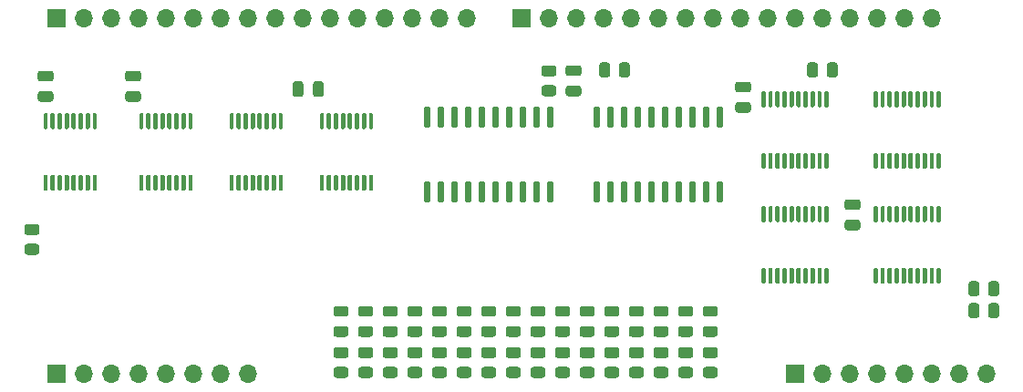
<source format=gbr>
%TF.GenerationSoftware,KiCad,Pcbnew,(5.1.10-1-10_14)*%
%TF.CreationDate,2021-11-14T12:12:58-05:00*%
%TF.ProjectId,transfer-register,7472616e-7366-4657-922d-726567697374,rev?*%
%TF.SameCoordinates,Original*%
%TF.FileFunction,Soldermask,Top*%
%TF.FilePolarity,Negative*%
%FSLAX46Y46*%
G04 Gerber Fmt 4.6, Leading zero omitted, Abs format (unit mm)*
G04 Created by KiCad (PCBNEW (5.1.10-1-10_14)) date 2021-11-14 12:12:58*
%MOMM*%
%LPD*%
G01*
G04 APERTURE LIST*
%ADD10O,1.700000X1.700000*%
%ADD11R,1.700000X1.700000*%
G04 APERTURE END LIST*
%TO.C,R22*%
G36*
G01*
X134220000Y-95307999D02*
X134220000Y-96208001D01*
G75*
G02*
X133970001Y-96458000I-249999J0D01*
G01*
X133444999Y-96458000D01*
G75*
G02*
X133195000Y-96208001I0J249999D01*
G01*
X133195000Y-95307999D01*
G75*
G02*
X133444999Y-95058000I249999J0D01*
G01*
X133970001Y-95058000D01*
G75*
G02*
X134220000Y-95307999I0J-249999D01*
G01*
G37*
G36*
G01*
X136045000Y-95307999D02*
X136045000Y-96208001D01*
G75*
G02*
X135795001Y-96458000I-249999J0D01*
G01*
X135269999Y-96458000D01*
G75*
G02*
X135020000Y-96208001I0J249999D01*
G01*
X135020000Y-95307999D01*
G75*
G02*
X135269999Y-95058000I249999J0D01*
G01*
X135795001Y-95058000D01*
G75*
G02*
X136045000Y-95307999I0J-249999D01*
G01*
G37*
%TD*%
%TO.C,R21*%
G36*
G01*
X120034000Y-73856001D02*
X120034000Y-72955999D01*
G75*
G02*
X120283999Y-72706000I249999J0D01*
G01*
X120809001Y-72706000D01*
G75*
G02*
X121059000Y-72955999I0J-249999D01*
G01*
X121059000Y-73856001D01*
G75*
G02*
X120809001Y-74106000I-249999J0D01*
G01*
X120283999Y-74106000D01*
G75*
G02*
X120034000Y-73856001I0J249999D01*
G01*
G37*
G36*
G01*
X118209000Y-73856001D02*
X118209000Y-72955999D01*
G75*
G02*
X118458999Y-72706000I249999J0D01*
G01*
X118984001Y-72706000D01*
G75*
G02*
X119234000Y-72955999I0J-249999D01*
G01*
X119234000Y-73856001D01*
G75*
G02*
X118984001Y-74106000I-249999J0D01*
G01*
X118458999Y-74106000D01*
G75*
G02*
X118209000Y-73856001I0J249999D01*
G01*
G37*
%TD*%
%TO.C,R20*%
G36*
G01*
X134220000Y-93275999D02*
X134220000Y-94176001D01*
G75*
G02*
X133970001Y-94426000I-249999J0D01*
G01*
X133444999Y-94426000D01*
G75*
G02*
X133195000Y-94176001I0J249999D01*
G01*
X133195000Y-93275999D01*
G75*
G02*
X133444999Y-93026000I249999J0D01*
G01*
X133970001Y-93026000D01*
G75*
G02*
X134220000Y-93275999I0J-249999D01*
G01*
G37*
G36*
G01*
X136045000Y-93275999D02*
X136045000Y-94176001D01*
G75*
G02*
X135795001Y-94426000I-249999J0D01*
G01*
X135269999Y-94426000D01*
G75*
G02*
X135020000Y-94176001I0J249999D01*
G01*
X135020000Y-93275999D01*
G75*
G02*
X135269999Y-93026000I249999J0D01*
G01*
X135795001Y-93026000D01*
G75*
G02*
X136045000Y-93275999I0J-249999D01*
G01*
G37*
%TD*%
%TO.C,R19*%
G36*
G01*
X100730000Y-73856001D02*
X100730000Y-72955999D01*
G75*
G02*
X100979999Y-72706000I249999J0D01*
G01*
X101505001Y-72706000D01*
G75*
G02*
X101755000Y-72955999I0J-249999D01*
G01*
X101755000Y-73856001D01*
G75*
G02*
X101505001Y-74106000I-249999J0D01*
G01*
X100979999Y-74106000D01*
G75*
G02*
X100730000Y-73856001I0J249999D01*
G01*
G37*
G36*
G01*
X98905000Y-73856001D02*
X98905000Y-72955999D01*
G75*
G02*
X99154999Y-72706000I249999J0D01*
G01*
X99680001Y-72706000D01*
G75*
G02*
X99930000Y-72955999I0J-249999D01*
G01*
X99930000Y-73856001D01*
G75*
G02*
X99680001Y-74106000I-249999J0D01*
G01*
X99154999Y-74106000D01*
G75*
G02*
X98905000Y-73856001I0J249999D01*
G01*
G37*
%TD*%
%TO.C,R18*%
G36*
G01*
X93783999Y-74822000D02*
X94684001Y-74822000D01*
G75*
G02*
X94934000Y-75071999I0J-249999D01*
G01*
X94934000Y-75597001D01*
G75*
G02*
X94684001Y-75847000I-249999J0D01*
G01*
X93783999Y-75847000D01*
G75*
G02*
X93534000Y-75597001I0J249999D01*
G01*
X93534000Y-75071999D01*
G75*
G02*
X93783999Y-74822000I249999J0D01*
G01*
G37*
G36*
G01*
X93783999Y-72997000D02*
X94684001Y-72997000D01*
G75*
G02*
X94934000Y-73246999I0J-249999D01*
G01*
X94934000Y-73772001D01*
G75*
G02*
X94684001Y-74022000I-249999J0D01*
G01*
X93783999Y-74022000D01*
G75*
G02*
X93534000Y-73772001I0J249999D01*
G01*
X93534000Y-73246999D01*
G75*
G02*
X93783999Y-72997000I249999J0D01*
G01*
G37*
%TD*%
%TO.C,R17*%
G36*
G01*
X46678001Y-88754000D02*
X45777999Y-88754000D01*
G75*
G02*
X45528000Y-88504001I0J249999D01*
G01*
X45528000Y-87978999D01*
G75*
G02*
X45777999Y-87729000I249999J0D01*
G01*
X46678001Y-87729000D01*
G75*
G02*
X46928000Y-87978999I0J-249999D01*
G01*
X46928000Y-88504001D01*
G75*
G02*
X46678001Y-88754000I-249999J0D01*
G01*
G37*
G36*
G01*
X46678001Y-90579000D02*
X45777999Y-90579000D01*
G75*
G02*
X45528000Y-90329001I0J249999D01*
G01*
X45528000Y-89803999D01*
G75*
G02*
X45777999Y-89554000I249999J0D01*
G01*
X46678001Y-89554000D01*
G75*
G02*
X46928000Y-89803999I0J-249999D01*
G01*
X46928000Y-90329001D01*
G75*
G02*
X46678001Y-90579000I-249999J0D01*
G01*
G37*
%TD*%
%TO.C,U7*%
G36*
G01*
X114269000Y-76869000D02*
X114069000Y-76869000D01*
G75*
G02*
X113969000Y-76769000I0J100000D01*
G01*
X113969000Y-75494000D01*
G75*
G02*
X114069000Y-75394000I100000J0D01*
G01*
X114269000Y-75394000D01*
G75*
G02*
X114369000Y-75494000I0J-100000D01*
G01*
X114369000Y-76769000D01*
G75*
G02*
X114269000Y-76869000I-100000J0D01*
G01*
G37*
G36*
G01*
X114919000Y-76869000D02*
X114719000Y-76869000D01*
G75*
G02*
X114619000Y-76769000I0J100000D01*
G01*
X114619000Y-75494000D01*
G75*
G02*
X114719000Y-75394000I100000J0D01*
G01*
X114919000Y-75394000D01*
G75*
G02*
X115019000Y-75494000I0J-100000D01*
G01*
X115019000Y-76769000D01*
G75*
G02*
X114919000Y-76869000I-100000J0D01*
G01*
G37*
G36*
G01*
X115569000Y-76869000D02*
X115369000Y-76869000D01*
G75*
G02*
X115269000Y-76769000I0J100000D01*
G01*
X115269000Y-75494000D01*
G75*
G02*
X115369000Y-75394000I100000J0D01*
G01*
X115569000Y-75394000D01*
G75*
G02*
X115669000Y-75494000I0J-100000D01*
G01*
X115669000Y-76769000D01*
G75*
G02*
X115569000Y-76869000I-100000J0D01*
G01*
G37*
G36*
G01*
X116219000Y-76869000D02*
X116019000Y-76869000D01*
G75*
G02*
X115919000Y-76769000I0J100000D01*
G01*
X115919000Y-75494000D01*
G75*
G02*
X116019000Y-75394000I100000J0D01*
G01*
X116219000Y-75394000D01*
G75*
G02*
X116319000Y-75494000I0J-100000D01*
G01*
X116319000Y-76769000D01*
G75*
G02*
X116219000Y-76869000I-100000J0D01*
G01*
G37*
G36*
G01*
X116869000Y-76869000D02*
X116669000Y-76869000D01*
G75*
G02*
X116569000Y-76769000I0J100000D01*
G01*
X116569000Y-75494000D01*
G75*
G02*
X116669000Y-75394000I100000J0D01*
G01*
X116869000Y-75394000D01*
G75*
G02*
X116969000Y-75494000I0J-100000D01*
G01*
X116969000Y-76769000D01*
G75*
G02*
X116869000Y-76869000I-100000J0D01*
G01*
G37*
G36*
G01*
X117519000Y-76869000D02*
X117319000Y-76869000D01*
G75*
G02*
X117219000Y-76769000I0J100000D01*
G01*
X117219000Y-75494000D01*
G75*
G02*
X117319000Y-75394000I100000J0D01*
G01*
X117519000Y-75394000D01*
G75*
G02*
X117619000Y-75494000I0J-100000D01*
G01*
X117619000Y-76769000D01*
G75*
G02*
X117519000Y-76869000I-100000J0D01*
G01*
G37*
G36*
G01*
X118169000Y-76869000D02*
X117969000Y-76869000D01*
G75*
G02*
X117869000Y-76769000I0J100000D01*
G01*
X117869000Y-75494000D01*
G75*
G02*
X117969000Y-75394000I100000J0D01*
G01*
X118169000Y-75394000D01*
G75*
G02*
X118269000Y-75494000I0J-100000D01*
G01*
X118269000Y-76769000D01*
G75*
G02*
X118169000Y-76869000I-100000J0D01*
G01*
G37*
G36*
G01*
X118819000Y-76869000D02*
X118619000Y-76869000D01*
G75*
G02*
X118519000Y-76769000I0J100000D01*
G01*
X118519000Y-75494000D01*
G75*
G02*
X118619000Y-75394000I100000J0D01*
G01*
X118819000Y-75394000D01*
G75*
G02*
X118919000Y-75494000I0J-100000D01*
G01*
X118919000Y-76769000D01*
G75*
G02*
X118819000Y-76869000I-100000J0D01*
G01*
G37*
G36*
G01*
X119469000Y-76869000D02*
X119269000Y-76869000D01*
G75*
G02*
X119169000Y-76769000I0J100000D01*
G01*
X119169000Y-75494000D01*
G75*
G02*
X119269000Y-75394000I100000J0D01*
G01*
X119469000Y-75394000D01*
G75*
G02*
X119569000Y-75494000I0J-100000D01*
G01*
X119569000Y-76769000D01*
G75*
G02*
X119469000Y-76869000I-100000J0D01*
G01*
G37*
G36*
G01*
X120119000Y-76869000D02*
X119919000Y-76869000D01*
G75*
G02*
X119819000Y-76769000I0J100000D01*
G01*
X119819000Y-75494000D01*
G75*
G02*
X119919000Y-75394000I100000J0D01*
G01*
X120119000Y-75394000D01*
G75*
G02*
X120219000Y-75494000I0J-100000D01*
G01*
X120219000Y-76769000D01*
G75*
G02*
X120119000Y-76869000I-100000J0D01*
G01*
G37*
G36*
G01*
X120119000Y-82594000D02*
X119919000Y-82594000D01*
G75*
G02*
X119819000Y-82494000I0J100000D01*
G01*
X119819000Y-81219000D01*
G75*
G02*
X119919000Y-81119000I100000J0D01*
G01*
X120119000Y-81119000D01*
G75*
G02*
X120219000Y-81219000I0J-100000D01*
G01*
X120219000Y-82494000D01*
G75*
G02*
X120119000Y-82594000I-100000J0D01*
G01*
G37*
G36*
G01*
X119469000Y-82594000D02*
X119269000Y-82594000D01*
G75*
G02*
X119169000Y-82494000I0J100000D01*
G01*
X119169000Y-81219000D01*
G75*
G02*
X119269000Y-81119000I100000J0D01*
G01*
X119469000Y-81119000D01*
G75*
G02*
X119569000Y-81219000I0J-100000D01*
G01*
X119569000Y-82494000D01*
G75*
G02*
X119469000Y-82594000I-100000J0D01*
G01*
G37*
G36*
G01*
X118819000Y-82594000D02*
X118619000Y-82594000D01*
G75*
G02*
X118519000Y-82494000I0J100000D01*
G01*
X118519000Y-81219000D01*
G75*
G02*
X118619000Y-81119000I100000J0D01*
G01*
X118819000Y-81119000D01*
G75*
G02*
X118919000Y-81219000I0J-100000D01*
G01*
X118919000Y-82494000D01*
G75*
G02*
X118819000Y-82594000I-100000J0D01*
G01*
G37*
G36*
G01*
X118169000Y-82594000D02*
X117969000Y-82594000D01*
G75*
G02*
X117869000Y-82494000I0J100000D01*
G01*
X117869000Y-81219000D01*
G75*
G02*
X117969000Y-81119000I100000J0D01*
G01*
X118169000Y-81119000D01*
G75*
G02*
X118269000Y-81219000I0J-100000D01*
G01*
X118269000Y-82494000D01*
G75*
G02*
X118169000Y-82594000I-100000J0D01*
G01*
G37*
G36*
G01*
X117519000Y-82594000D02*
X117319000Y-82594000D01*
G75*
G02*
X117219000Y-82494000I0J100000D01*
G01*
X117219000Y-81219000D01*
G75*
G02*
X117319000Y-81119000I100000J0D01*
G01*
X117519000Y-81119000D01*
G75*
G02*
X117619000Y-81219000I0J-100000D01*
G01*
X117619000Y-82494000D01*
G75*
G02*
X117519000Y-82594000I-100000J0D01*
G01*
G37*
G36*
G01*
X116869000Y-82594000D02*
X116669000Y-82594000D01*
G75*
G02*
X116569000Y-82494000I0J100000D01*
G01*
X116569000Y-81219000D01*
G75*
G02*
X116669000Y-81119000I100000J0D01*
G01*
X116869000Y-81119000D01*
G75*
G02*
X116969000Y-81219000I0J-100000D01*
G01*
X116969000Y-82494000D01*
G75*
G02*
X116869000Y-82594000I-100000J0D01*
G01*
G37*
G36*
G01*
X116219000Y-82594000D02*
X116019000Y-82594000D01*
G75*
G02*
X115919000Y-82494000I0J100000D01*
G01*
X115919000Y-81219000D01*
G75*
G02*
X116019000Y-81119000I100000J0D01*
G01*
X116219000Y-81119000D01*
G75*
G02*
X116319000Y-81219000I0J-100000D01*
G01*
X116319000Y-82494000D01*
G75*
G02*
X116219000Y-82594000I-100000J0D01*
G01*
G37*
G36*
G01*
X115569000Y-82594000D02*
X115369000Y-82594000D01*
G75*
G02*
X115269000Y-82494000I0J100000D01*
G01*
X115269000Y-81219000D01*
G75*
G02*
X115369000Y-81119000I100000J0D01*
G01*
X115569000Y-81119000D01*
G75*
G02*
X115669000Y-81219000I0J-100000D01*
G01*
X115669000Y-82494000D01*
G75*
G02*
X115569000Y-82594000I-100000J0D01*
G01*
G37*
G36*
G01*
X114919000Y-82594000D02*
X114719000Y-82594000D01*
G75*
G02*
X114619000Y-82494000I0J100000D01*
G01*
X114619000Y-81219000D01*
G75*
G02*
X114719000Y-81119000I100000J0D01*
G01*
X114919000Y-81119000D01*
G75*
G02*
X115019000Y-81219000I0J-100000D01*
G01*
X115019000Y-82494000D01*
G75*
G02*
X114919000Y-82594000I-100000J0D01*
G01*
G37*
G36*
G01*
X114269000Y-82594000D02*
X114069000Y-82594000D01*
G75*
G02*
X113969000Y-82494000I0J100000D01*
G01*
X113969000Y-81219000D01*
G75*
G02*
X114069000Y-81119000I100000J0D01*
G01*
X114269000Y-81119000D01*
G75*
G02*
X114369000Y-81219000I0J-100000D01*
G01*
X114369000Y-82494000D01*
G75*
G02*
X114269000Y-82594000I-100000J0D01*
G01*
G37*
%TD*%
%TO.C,R16*%
G36*
G01*
X108769999Y-100984000D02*
X109670001Y-100984000D01*
G75*
G02*
X109920000Y-101233999I0J-249999D01*
G01*
X109920000Y-101759001D01*
G75*
G02*
X109670001Y-102009000I-249999J0D01*
G01*
X108769999Y-102009000D01*
G75*
G02*
X108520000Y-101759001I0J249999D01*
G01*
X108520000Y-101233999D01*
G75*
G02*
X108769999Y-100984000I249999J0D01*
G01*
G37*
G36*
G01*
X108769999Y-99159000D02*
X109670001Y-99159000D01*
G75*
G02*
X109920000Y-99408999I0J-249999D01*
G01*
X109920000Y-99934001D01*
G75*
G02*
X109670001Y-100184000I-249999J0D01*
G01*
X108769999Y-100184000D01*
G75*
G02*
X108520000Y-99934001I0J249999D01*
G01*
X108520000Y-99408999D01*
G75*
G02*
X108769999Y-99159000I249999J0D01*
G01*
G37*
%TD*%
%TO.C,R15*%
G36*
G01*
X106483999Y-100984000D02*
X107384001Y-100984000D01*
G75*
G02*
X107634000Y-101233999I0J-249999D01*
G01*
X107634000Y-101759001D01*
G75*
G02*
X107384001Y-102009000I-249999J0D01*
G01*
X106483999Y-102009000D01*
G75*
G02*
X106234000Y-101759001I0J249999D01*
G01*
X106234000Y-101233999D01*
G75*
G02*
X106483999Y-100984000I249999J0D01*
G01*
G37*
G36*
G01*
X106483999Y-99159000D02*
X107384001Y-99159000D01*
G75*
G02*
X107634000Y-99408999I0J-249999D01*
G01*
X107634000Y-99934001D01*
G75*
G02*
X107384001Y-100184000I-249999J0D01*
G01*
X106483999Y-100184000D01*
G75*
G02*
X106234000Y-99934001I0J249999D01*
G01*
X106234000Y-99408999D01*
G75*
G02*
X106483999Y-99159000I249999J0D01*
G01*
G37*
%TD*%
%TO.C,R14*%
G36*
G01*
X104197999Y-100984000D02*
X105098001Y-100984000D01*
G75*
G02*
X105348000Y-101233999I0J-249999D01*
G01*
X105348000Y-101759001D01*
G75*
G02*
X105098001Y-102009000I-249999J0D01*
G01*
X104197999Y-102009000D01*
G75*
G02*
X103948000Y-101759001I0J249999D01*
G01*
X103948000Y-101233999D01*
G75*
G02*
X104197999Y-100984000I249999J0D01*
G01*
G37*
G36*
G01*
X104197999Y-99159000D02*
X105098001Y-99159000D01*
G75*
G02*
X105348000Y-99408999I0J-249999D01*
G01*
X105348000Y-99934001D01*
G75*
G02*
X105098001Y-100184000I-249999J0D01*
G01*
X104197999Y-100184000D01*
G75*
G02*
X103948000Y-99934001I0J249999D01*
G01*
X103948000Y-99408999D01*
G75*
G02*
X104197999Y-99159000I249999J0D01*
G01*
G37*
%TD*%
%TO.C,R13*%
G36*
G01*
X101911999Y-100984000D02*
X102812001Y-100984000D01*
G75*
G02*
X103062000Y-101233999I0J-249999D01*
G01*
X103062000Y-101759001D01*
G75*
G02*
X102812001Y-102009000I-249999J0D01*
G01*
X101911999Y-102009000D01*
G75*
G02*
X101662000Y-101759001I0J249999D01*
G01*
X101662000Y-101233999D01*
G75*
G02*
X101911999Y-100984000I249999J0D01*
G01*
G37*
G36*
G01*
X101911999Y-99159000D02*
X102812001Y-99159000D01*
G75*
G02*
X103062000Y-99408999I0J-249999D01*
G01*
X103062000Y-99934001D01*
G75*
G02*
X102812001Y-100184000I-249999J0D01*
G01*
X101911999Y-100184000D01*
G75*
G02*
X101662000Y-99934001I0J249999D01*
G01*
X101662000Y-99408999D01*
G75*
G02*
X101911999Y-99159000I249999J0D01*
G01*
G37*
%TD*%
%TO.C,R12*%
G36*
G01*
X99625999Y-100984000D02*
X100526001Y-100984000D01*
G75*
G02*
X100776000Y-101233999I0J-249999D01*
G01*
X100776000Y-101759001D01*
G75*
G02*
X100526001Y-102009000I-249999J0D01*
G01*
X99625999Y-102009000D01*
G75*
G02*
X99376000Y-101759001I0J249999D01*
G01*
X99376000Y-101233999D01*
G75*
G02*
X99625999Y-100984000I249999J0D01*
G01*
G37*
G36*
G01*
X99625999Y-99159000D02*
X100526001Y-99159000D01*
G75*
G02*
X100776000Y-99408999I0J-249999D01*
G01*
X100776000Y-99934001D01*
G75*
G02*
X100526001Y-100184000I-249999J0D01*
G01*
X99625999Y-100184000D01*
G75*
G02*
X99376000Y-99934001I0J249999D01*
G01*
X99376000Y-99408999D01*
G75*
G02*
X99625999Y-99159000I249999J0D01*
G01*
G37*
%TD*%
%TO.C,R11*%
G36*
G01*
X97339999Y-100984000D02*
X98240001Y-100984000D01*
G75*
G02*
X98490000Y-101233999I0J-249999D01*
G01*
X98490000Y-101759001D01*
G75*
G02*
X98240001Y-102009000I-249999J0D01*
G01*
X97339999Y-102009000D01*
G75*
G02*
X97090000Y-101759001I0J249999D01*
G01*
X97090000Y-101233999D01*
G75*
G02*
X97339999Y-100984000I249999J0D01*
G01*
G37*
G36*
G01*
X97339999Y-99159000D02*
X98240001Y-99159000D01*
G75*
G02*
X98490000Y-99408999I0J-249999D01*
G01*
X98490000Y-99934001D01*
G75*
G02*
X98240001Y-100184000I-249999J0D01*
G01*
X97339999Y-100184000D01*
G75*
G02*
X97090000Y-99934001I0J249999D01*
G01*
X97090000Y-99408999D01*
G75*
G02*
X97339999Y-99159000I249999J0D01*
G01*
G37*
%TD*%
%TO.C,R10*%
G36*
G01*
X95053999Y-100984000D02*
X95954001Y-100984000D01*
G75*
G02*
X96204000Y-101233999I0J-249999D01*
G01*
X96204000Y-101759001D01*
G75*
G02*
X95954001Y-102009000I-249999J0D01*
G01*
X95053999Y-102009000D01*
G75*
G02*
X94804000Y-101759001I0J249999D01*
G01*
X94804000Y-101233999D01*
G75*
G02*
X95053999Y-100984000I249999J0D01*
G01*
G37*
G36*
G01*
X95053999Y-99159000D02*
X95954001Y-99159000D01*
G75*
G02*
X96204000Y-99408999I0J-249999D01*
G01*
X96204000Y-99934001D01*
G75*
G02*
X95954001Y-100184000I-249999J0D01*
G01*
X95053999Y-100184000D01*
G75*
G02*
X94804000Y-99934001I0J249999D01*
G01*
X94804000Y-99408999D01*
G75*
G02*
X95053999Y-99159000I249999J0D01*
G01*
G37*
%TD*%
%TO.C,R9*%
G36*
G01*
X92767999Y-100984000D02*
X93668001Y-100984000D01*
G75*
G02*
X93918000Y-101233999I0J-249999D01*
G01*
X93918000Y-101759001D01*
G75*
G02*
X93668001Y-102009000I-249999J0D01*
G01*
X92767999Y-102009000D01*
G75*
G02*
X92518000Y-101759001I0J249999D01*
G01*
X92518000Y-101233999D01*
G75*
G02*
X92767999Y-100984000I249999J0D01*
G01*
G37*
G36*
G01*
X92767999Y-99159000D02*
X93668001Y-99159000D01*
G75*
G02*
X93918000Y-99408999I0J-249999D01*
G01*
X93918000Y-99934001D01*
G75*
G02*
X93668001Y-100184000I-249999J0D01*
G01*
X92767999Y-100184000D01*
G75*
G02*
X92518000Y-99934001I0J249999D01*
G01*
X92518000Y-99408999D01*
G75*
G02*
X92767999Y-99159000I249999J0D01*
G01*
G37*
%TD*%
%TO.C,R8*%
G36*
G01*
X90481999Y-100984000D02*
X91382001Y-100984000D01*
G75*
G02*
X91632000Y-101233999I0J-249999D01*
G01*
X91632000Y-101759001D01*
G75*
G02*
X91382001Y-102009000I-249999J0D01*
G01*
X90481999Y-102009000D01*
G75*
G02*
X90232000Y-101759001I0J249999D01*
G01*
X90232000Y-101233999D01*
G75*
G02*
X90481999Y-100984000I249999J0D01*
G01*
G37*
G36*
G01*
X90481999Y-99159000D02*
X91382001Y-99159000D01*
G75*
G02*
X91632000Y-99408999I0J-249999D01*
G01*
X91632000Y-99934001D01*
G75*
G02*
X91382001Y-100184000I-249999J0D01*
G01*
X90481999Y-100184000D01*
G75*
G02*
X90232000Y-99934001I0J249999D01*
G01*
X90232000Y-99408999D01*
G75*
G02*
X90481999Y-99159000I249999J0D01*
G01*
G37*
%TD*%
%TO.C,R7*%
G36*
G01*
X88195999Y-100984000D02*
X89096001Y-100984000D01*
G75*
G02*
X89346000Y-101233999I0J-249999D01*
G01*
X89346000Y-101759001D01*
G75*
G02*
X89096001Y-102009000I-249999J0D01*
G01*
X88195999Y-102009000D01*
G75*
G02*
X87946000Y-101759001I0J249999D01*
G01*
X87946000Y-101233999D01*
G75*
G02*
X88195999Y-100984000I249999J0D01*
G01*
G37*
G36*
G01*
X88195999Y-99159000D02*
X89096001Y-99159000D01*
G75*
G02*
X89346000Y-99408999I0J-249999D01*
G01*
X89346000Y-99934001D01*
G75*
G02*
X89096001Y-100184000I-249999J0D01*
G01*
X88195999Y-100184000D01*
G75*
G02*
X87946000Y-99934001I0J249999D01*
G01*
X87946000Y-99408999D01*
G75*
G02*
X88195999Y-99159000I249999J0D01*
G01*
G37*
%TD*%
%TO.C,R6*%
G36*
G01*
X85909999Y-100984000D02*
X86810001Y-100984000D01*
G75*
G02*
X87060000Y-101233999I0J-249999D01*
G01*
X87060000Y-101759001D01*
G75*
G02*
X86810001Y-102009000I-249999J0D01*
G01*
X85909999Y-102009000D01*
G75*
G02*
X85660000Y-101759001I0J249999D01*
G01*
X85660000Y-101233999D01*
G75*
G02*
X85909999Y-100984000I249999J0D01*
G01*
G37*
G36*
G01*
X85909999Y-99159000D02*
X86810001Y-99159000D01*
G75*
G02*
X87060000Y-99408999I0J-249999D01*
G01*
X87060000Y-99934001D01*
G75*
G02*
X86810001Y-100184000I-249999J0D01*
G01*
X85909999Y-100184000D01*
G75*
G02*
X85660000Y-99934001I0J249999D01*
G01*
X85660000Y-99408999D01*
G75*
G02*
X85909999Y-99159000I249999J0D01*
G01*
G37*
%TD*%
%TO.C,R5*%
G36*
G01*
X83623999Y-100984000D02*
X84524001Y-100984000D01*
G75*
G02*
X84774000Y-101233999I0J-249999D01*
G01*
X84774000Y-101759001D01*
G75*
G02*
X84524001Y-102009000I-249999J0D01*
G01*
X83623999Y-102009000D01*
G75*
G02*
X83374000Y-101759001I0J249999D01*
G01*
X83374000Y-101233999D01*
G75*
G02*
X83623999Y-100984000I249999J0D01*
G01*
G37*
G36*
G01*
X83623999Y-99159000D02*
X84524001Y-99159000D01*
G75*
G02*
X84774000Y-99408999I0J-249999D01*
G01*
X84774000Y-99934001D01*
G75*
G02*
X84524001Y-100184000I-249999J0D01*
G01*
X83623999Y-100184000D01*
G75*
G02*
X83374000Y-99934001I0J249999D01*
G01*
X83374000Y-99408999D01*
G75*
G02*
X83623999Y-99159000I249999J0D01*
G01*
G37*
%TD*%
%TO.C,R4*%
G36*
G01*
X81337999Y-100984000D02*
X82238001Y-100984000D01*
G75*
G02*
X82488000Y-101233999I0J-249999D01*
G01*
X82488000Y-101759001D01*
G75*
G02*
X82238001Y-102009000I-249999J0D01*
G01*
X81337999Y-102009000D01*
G75*
G02*
X81088000Y-101759001I0J249999D01*
G01*
X81088000Y-101233999D01*
G75*
G02*
X81337999Y-100984000I249999J0D01*
G01*
G37*
G36*
G01*
X81337999Y-99159000D02*
X82238001Y-99159000D01*
G75*
G02*
X82488000Y-99408999I0J-249999D01*
G01*
X82488000Y-99934001D01*
G75*
G02*
X82238001Y-100184000I-249999J0D01*
G01*
X81337999Y-100184000D01*
G75*
G02*
X81088000Y-99934001I0J249999D01*
G01*
X81088000Y-99408999D01*
G75*
G02*
X81337999Y-99159000I249999J0D01*
G01*
G37*
%TD*%
%TO.C,R3*%
G36*
G01*
X79051999Y-100984000D02*
X79952001Y-100984000D01*
G75*
G02*
X80202000Y-101233999I0J-249999D01*
G01*
X80202000Y-101759001D01*
G75*
G02*
X79952001Y-102009000I-249999J0D01*
G01*
X79051999Y-102009000D01*
G75*
G02*
X78802000Y-101759001I0J249999D01*
G01*
X78802000Y-101233999D01*
G75*
G02*
X79051999Y-100984000I249999J0D01*
G01*
G37*
G36*
G01*
X79051999Y-99159000D02*
X79952001Y-99159000D01*
G75*
G02*
X80202000Y-99408999I0J-249999D01*
G01*
X80202000Y-99934001D01*
G75*
G02*
X79952001Y-100184000I-249999J0D01*
G01*
X79051999Y-100184000D01*
G75*
G02*
X78802000Y-99934001I0J249999D01*
G01*
X78802000Y-99408999D01*
G75*
G02*
X79051999Y-99159000I249999J0D01*
G01*
G37*
%TD*%
%TO.C,R2*%
G36*
G01*
X76765999Y-100984000D02*
X77666001Y-100984000D01*
G75*
G02*
X77916000Y-101233999I0J-249999D01*
G01*
X77916000Y-101759001D01*
G75*
G02*
X77666001Y-102009000I-249999J0D01*
G01*
X76765999Y-102009000D01*
G75*
G02*
X76516000Y-101759001I0J249999D01*
G01*
X76516000Y-101233999D01*
G75*
G02*
X76765999Y-100984000I249999J0D01*
G01*
G37*
G36*
G01*
X76765999Y-99159000D02*
X77666001Y-99159000D01*
G75*
G02*
X77916000Y-99408999I0J-249999D01*
G01*
X77916000Y-99934001D01*
G75*
G02*
X77666001Y-100184000I-249999J0D01*
G01*
X76765999Y-100184000D01*
G75*
G02*
X76516000Y-99934001I0J249999D01*
G01*
X76516000Y-99408999D01*
G75*
G02*
X76765999Y-99159000I249999J0D01*
G01*
G37*
%TD*%
%TO.C,R1*%
G36*
G01*
X74479999Y-100984000D02*
X75380001Y-100984000D01*
G75*
G02*
X75630000Y-101233999I0J-249999D01*
G01*
X75630000Y-101759001D01*
G75*
G02*
X75380001Y-102009000I-249999J0D01*
G01*
X74479999Y-102009000D01*
G75*
G02*
X74230000Y-101759001I0J249999D01*
G01*
X74230000Y-101233999D01*
G75*
G02*
X74479999Y-100984000I249999J0D01*
G01*
G37*
G36*
G01*
X74479999Y-99159000D02*
X75380001Y-99159000D01*
G75*
G02*
X75630000Y-99408999I0J-249999D01*
G01*
X75630000Y-99934001D01*
G75*
G02*
X75380001Y-100184000I-249999J0D01*
G01*
X74479999Y-100184000D01*
G75*
G02*
X74230000Y-99934001I0J249999D01*
G01*
X74230000Y-99408999D01*
G75*
G02*
X74479999Y-99159000I249999J0D01*
G01*
G37*
%TD*%
%TO.C,D16*%
G36*
G01*
X109676250Y-96324000D02*
X108763750Y-96324000D01*
G75*
G02*
X108520000Y-96080250I0J243750D01*
G01*
X108520000Y-95592750D01*
G75*
G02*
X108763750Y-95349000I243750J0D01*
G01*
X109676250Y-95349000D01*
G75*
G02*
X109920000Y-95592750I0J-243750D01*
G01*
X109920000Y-96080250D01*
G75*
G02*
X109676250Y-96324000I-243750J0D01*
G01*
G37*
G36*
G01*
X109676250Y-98199000D02*
X108763750Y-98199000D01*
G75*
G02*
X108520000Y-97955250I0J243750D01*
G01*
X108520000Y-97467750D01*
G75*
G02*
X108763750Y-97224000I243750J0D01*
G01*
X109676250Y-97224000D01*
G75*
G02*
X109920000Y-97467750I0J-243750D01*
G01*
X109920000Y-97955250D01*
G75*
G02*
X109676250Y-98199000I-243750J0D01*
G01*
G37*
%TD*%
%TO.C,D15*%
G36*
G01*
X107390250Y-96324000D02*
X106477750Y-96324000D01*
G75*
G02*
X106234000Y-96080250I0J243750D01*
G01*
X106234000Y-95592750D01*
G75*
G02*
X106477750Y-95349000I243750J0D01*
G01*
X107390250Y-95349000D01*
G75*
G02*
X107634000Y-95592750I0J-243750D01*
G01*
X107634000Y-96080250D01*
G75*
G02*
X107390250Y-96324000I-243750J0D01*
G01*
G37*
G36*
G01*
X107390250Y-98199000D02*
X106477750Y-98199000D01*
G75*
G02*
X106234000Y-97955250I0J243750D01*
G01*
X106234000Y-97467750D01*
G75*
G02*
X106477750Y-97224000I243750J0D01*
G01*
X107390250Y-97224000D01*
G75*
G02*
X107634000Y-97467750I0J-243750D01*
G01*
X107634000Y-97955250D01*
G75*
G02*
X107390250Y-98199000I-243750J0D01*
G01*
G37*
%TD*%
%TO.C,D14*%
G36*
G01*
X105104250Y-96324000D02*
X104191750Y-96324000D01*
G75*
G02*
X103948000Y-96080250I0J243750D01*
G01*
X103948000Y-95592750D01*
G75*
G02*
X104191750Y-95349000I243750J0D01*
G01*
X105104250Y-95349000D01*
G75*
G02*
X105348000Y-95592750I0J-243750D01*
G01*
X105348000Y-96080250D01*
G75*
G02*
X105104250Y-96324000I-243750J0D01*
G01*
G37*
G36*
G01*
X105104250Y-98199000D02*
X104191750Y-98199000D01*
G75*
G02*
X103948000Y-97955250I0J243750D01*
G01*
X103948000Y-97467750D01*
G75*
G02*
X104191750Y-97224000I243750J0D01*
G01*
X105104250Y-97224000D01*
G75*
G02*
X105348000Y-97467750I0J-243750D01*
G01*
X105348000Y-97955250D01*
G75*
G02*
X105104250Y-98199000I-243750J0D01*
G01*
G37*
%TD*%
%TO.C,D13*%
G36*
G01*
X102818250Y-96324000D02*
X101905750Y-96324000D01*
G75*
G02*
X101662000Y-96080250I0J243750D01*
G01*
X101662000Y-95592750D01*
G75*
G02*
X101905750Y-95349000I243750J0D01*
G01*
X102818250Y-95349000D01*
G75*
G02*
X103062000Y-95592750I0J-243750D01*
G01*
X103062000Y-96080250D01*
G75*
G02*
X102818250Y-96324000I-243750J0D01*
G01*
G37*
G36*
G01*
X102818250Y-98199000D02*
X101905750Y-98199000D01*
G75*
G02*
X101662000Y-97955250I0J243750D01*
G01*
X101662000Y-97467750D01*
G75*
G02*
X101905750Y-97224000I243750J0D01*
G01*
X102818250Y-97224000D01*
G75*
G02*
X103062000Y-97467750I0J-243750D01*
G01*
X103062000Y-97955250D01*
G75*
G02*
X102818250Y-98199000I-243750J0D01*
G01*
G37*
%TD*%
%TO.C,D12*%
G36*
G01*
X100532250Y-96324000D02*
X99619750Y-96324000D01*
G75*
G02*
X99376000Y-96080250I0J243750D01*
G01*
X99376000Y-95592750D01*
G75*
G02*
X99619750Y-95349000I243750J0D01*
G01*
X100532250Y-95349000D01*
G75*
G02*
X100776000Y-95592750I0J-243750D01*
G01*
X100776000Y-96080250D01*
G75*
G02*
X100532250Y-96324000I-243750J0D01*
G01*
G37*
G36*
G01*
X100532250Y-98199000D02*
X99619750Y-98199000D01*
G75*
G02*
X99376000Y-97955250I0J243750D01*
G01*
X99376000Y-97467750D01*
G75*
G02*
X99619750Y-97224000I243750J0D01*
G01*
X100532250Y-97224000D01*
G75*
G02*
X100776000Y-97467750I0J-243750D01*
G01*
X100776000Y-97955250D01*
G75*
G02*
X100532250Y-98199000I-243750J0D01*
G01*
G37*
%TD*%
%TO.C,D11*%
G36*
G01*
X98246250Y-96324000D02*
X97333750Y-96324000D01*
G75*
G02*
X97090000Y-96080250I0J243750D01*
G01*
X97090000Y-95592750D01*
G75*
G02*
X97333750Y-95349000I243750J0D01*
G01*
X98246250Y-95349000D01*
G75*
G02*
X98490000Y-95592750I0J-243750D01*
G01*
X98490000Y-96080250D01*
G75*
G02*
X98246250Y-96324000I-243750J0D01*
G01*
G37*
G36*
G01*
X98246250Y-98199000D02*
X97333750Y-98199000D01*
G75*
G02*
X97090000Y-97955250I0J243750D01*
G01*
X97090000Y-97467750D01*
G75*
G02*
X97333750Y-97224000I243750J0D01*
G01*
X98246250Y-97224000D01*
G75*
G02*
X98490000Y-97467750I0J-243750D01*
G01*
X98490000Y-97955250D01*
G75*
G02*
X98246250Y-98199000I-243750J0D01*
G01*
G37*
%TD*%
%TO.C,D10*%
G36*
G01*
X95960250Y-96324000D02*
X95047750Y-96324000D01*
G75*
G02*
X94804000Y-96080250I0J243750D01*
G01*
X94804000Y-95592750D01*
G75*
G02*
X95047750Y-95349000I243750J0D01*
G01*
X95960250Y-95349000D01*
G75*
G02*
X96204000Y-95592750I0J-243750D01*
G01*
X96204000Y-96080250D01*
G75*
G02*
X95960250Y-96324000I-243750J0D01*
G01*
G37*
G36*
G01*
X95960250Y-98199000D02*
X95047750Y-98199000D01*
G75*
G02*
X94804000Y-97955250I0J243750D01*
G01*
X94804000Y-97467750D01*
G75*
G02*
X95047750Y-97224000I243750J0D01*
G01*
X95960250Y-97224000D01*
G75*
G02*
X96204000Y-97467750I0J-243750D01*
G01*
X96204000Y-97955250D01*
G75*
G02*
X95960250Y-98199000I-243750J0D01*
G01*
G37*
%TD*%
%TO.C,D9*%
G36*
G01*
X93674250Y-96324000D02*
X92761750Y-96324000D01*
G75*
G02*
X92518000Y-96080250I0J243750D01*
G01*
X92518000Y-95592750D01*
G75*
G02*
X92761750Y-95349000I243750J0D01*
G01*
X93674250Y-95349000D01*
G75*
G02*
X93918000Y-95592750I0J-243750D01*
G01*
X93918000Y-96080250D01*
G75*
G02*
X93674250Y-96324000I-243750J0D01*
G01*
G37*
G36*
G01*
X93674250Y-98199000D02*
X92761750Y-98199000D01*
G75*
G02*
X92518000Y-97955250I0J243750D01*
G01*
X92518000Y-97467750D01*
G75*
G02*
X92761750Y-97224000I243750J0D01*
G01*
X93674250Y-97224000D01*
G75*
G02*
X93918000Y-97467750I0J-243750D01*
G01*
X93918000Y-97955250D01*
G75*
G02*
X93674250Y-98199000I-243750J0D01*
G01*
G37*
%TD*%
%TO.C,D8*%
G36*
G01*
X91388250Y-96324000D02*
X90475750Y-96324000D01*
G75*
G02*
X90232000Y-96080250I0J243750D01*
G01*
X90232000Y-95592750D01*
G75*
G02*
X90475750Y-95349000I243750J0D01*
G01*
X91388250Y-95349000D01*
G75*
G02*
X91632000Y-95592750I0J-243750D01*
G01*
X91632000Y-96080250D01*
G75*
G02*
X91388250Y-96324000I-243750J0D01*
G01*
G37*
G36*
G01*
X91388250Y-98199000D02*
X90475750Y-98199000D01*
G75*
G02*
X90232000Y-97955250I0J243750D01*
G01*
X90232000Y-97467750D01*
G75*
G02*
X90475750Y-97224000I243750J0D01*
G01*
X91388250Y-97224000D01*
G75*
G02*
X91632000Y-97467750I0J-243750D01*
G01*
X91632000Y-97955250D01*
G75*
G02*
X91388250Y-98199000I-243750J0D01*
G01*
G37*
%TD*%
%TO.C,D7*%
G36*
G01*
X89102250Y-96324000D02*
X88189750Y-96324000D01*
G75*
G02*
X87946000Y-96080250I0J243750D01*
G01*
X87946000Y-95592750D01*
G75*
G02*
X88189750Y-95349000I243750J0D01*
G01*
X89102250Y-95349000D01*
G75*
G02*
X89346000Y-95592750I0J-243750D01*
G01*
X89346000Y-96080250D01*
G75*
G02*
X89102250Y-96324000I-243750J0D01*
G01*
G37*
G36*
G01*
X89102250Y-98199000D02*
X88189750Y-98199000D01*
G75*
G02*
X87946000Y-97955250I0J243750D01*
G01*
X87946000Y-97467750D01*
G75*
G02*
X88189750Y-97224000I243750J0D01*
G01*
X89102250Y-97224000D01*
G75*
G02*
X89346000Y-97467750I0J-243750D01*
G01*
X89346000Y-97955250D01*
G75*
G02*
X89102250Y-98199000I-243750J0D01*
G01*
G37*
%TD*%
%TO.C,D6*%
G36*
G01*
X86816250Y-96324000D02*
X85903750Y-96324000D01*
G75*
G02*
X85660000Y-96080250I0J243750D01*
G01*
X85660000Y-95592750D01*
G75*
G02*
X85903750Y-95349000I243750J0D01*
G01*
X86816250Y-95349000D01*
G75*
G02*
X87060000Y-95592750I0J-243750D01*
G01*
X87060000Y-96080250D01*
G75*
G02*
X86816250Y-96324000I-243750J0D01*
G01*
G37*
G36*
G01*
X86816250Y-98199000D02*
X85903750Y-98199000D01*
G75*
G02*
X85660000Y-97955250I0J243750D01*
G01*
X85660000Y-97467750D01*
G75*
G02*
X85903750Y-97224000I243750J0D01*
G01*
X86816250Y-97224000D01*
G75*
G02*
X87060000Y-97467750I0J-243750D01*
G01*
X87060000Y-97955250D01*
G75*
G02*
X86816250Y-98199000I-243750J0D01*
G01*
G37*
%TD*%
%TO.C,D5*%
G36*
G01*
X84530250Y-96324000D02*
X83617750Y-96324000D01*
G75*
G02*
X83374000Y-96080250I0J243750D01*
G01*
X83374000Y-95592750D01*
G75*
G02*
X83617750Y-95349000I243750J0D01*
G01*
X84530250Y-95349000D01*
G75*
G02*
X84774000Y-95592750I0J-243750D01*
G01*
X84774000Y-96080250D01*
G75*
G02*
X84530250Y-96324000I-243750J0D01*
G01*
G37*
G36*
G01*
X84530250Y-98199000D02*
X83617750Y-98199000D01*
G75*
G02*
X83374000Y-97955250I0J243750D01*
G01*
X83374000Y-97467750D01*
G75*
G02*
X83617750Y-97224000I243750J0D01*
G01*
X84530250Y-97224000D01*
G75*
G02*
X84774000Y-97467750I0J-243750D01*
G01*
X84774000Y-97955250D01*
G75*
G02*
X84530250Y-98199000I-243750J0D01*
G01*
G37*
%TD*%
%TO.C,D4*%
G36*
G01*
X82244250Y-96324000D02*
X81331750Y-96324000D01*
G75*
G02*
X81088000Y-96080250I0J243750D01*
G01*
X81088000Y-95592750D01*
G75*
G02*
X81331750Y-95349000I243750J0D01*
G01*
X82244250Y-95349000D01*
G75*
G02*
X82488000Y-95592750I0J-243750D01*
G01*
X82488000Y-96080250D01*
G75*
G02*
X82244250Y-96324000I-243750J0D01*
G01*
G37*
G36*
G01*
X82244250Y-98199000D02*
X81331750Y-98199000D01*
G75*
G02*
X81088000Y-97955250I0J243750D01*
G01*
X81088000Y-97467750D01*
G75*
G02*
X81331750Y-97224000I243750J0D01*
G01*
X82244250Y-97224000D01*
G75*
G02*
X82488000Y-97467750I0J-243750D01*
G01*
X82488000Y-97955250D01*
G75*
G02*
X82244250Y-98199000I-243750J0D01*
G01*
G37*
%TD*%
%TO.C,D3*%
G36*
G01*
X79958250Y-96324000D02*
X79045750Y-96324000D01*
G75*
G02*
X78802000Y-96080250I0J243750D01*
G01*
X78802000Y-95592750D01*
G75*
G02*
X79045750Y-95349000I243750J0D01*
G01*
X79958250Y-95349000D01*
G75*
G02*
X80202000Y-95592750I0J-243750D01*
G01*
X80202000Y-96080250D01*
G75*
G02*
X79958250Y-96324000I-243750J0D01*
G01*
G37*
G36*
G01*
X79958250Y-98199000D02*
X79045750Y-98199000D01*
G75*
G02*
X78802000Y-97955250I0J243750D01*
G01*
X78802000Y-97467750D01*
G75*
G02*
X79045750Y-97224000I243750J0D01*
G01*
X79958250Y-97224000D01*
G75*
G02*
X80202000Y-97467750I0J-243750D01*
G01*
X80202000Y-97955250D01*
G75*
G02*
X79958250Y-98199000I-243750J0D01*
G01*
G37*
%TD*%
%TO.C,D2*%
G36*
G01*
X77672250Y-96324000D02*
X76759750Y-96324000D01*
G75*
G02*
X76516000Y-96080250I0J243750D01*
G01*
X76516000Y-95592750D01*
G75*
G02*
X76759750Y-95349000I243750J0D01*
G01*
X77672250Y-95349000D01*
G75*
G02*
X77916000Y-95592750I0J-243750D01*
G01*
X77916000Y-96080250D01*
G75*
G02*
X77672250Y-96324000I-243750J0D01*
G01*
G37*
G36*
G01*
X77672250Y-98199000D02*
X76759750Y-98199000D01*
G75*
G02*
X76516000Y-97955250I0J243750D01*
G01*
X76516000Y-97467750D01*
G75*
G02*
X76759750Y-97224000I243750J0D01*
G01*
X77672250Y-97224000D01*
G75*
G02*
X77916000Y-97467750I0J-243750D01*
G01*
X77916000Y-97955250D01*
G75*
G02*
X77672250Y-98199000I-243750J0D01*
G01*
G37*
%TD*%
%TO.C,D1*%
G36*
G01*
X75386250Y-96324000D02*
X74473750Y-96324000D01*
G75*
G02*
X74230000Y-96080250I0J243750D01*
G01*
X74230000Y-95592750D01*
G75*
G02*
X74473750Y-95349000I243750J0D01*
G01*
X75386250Y-95349000D01*
G75*
G02*
X75630000Y-95592750I0J-243750D01*
G01*
X75630000Y-96080250D01*
G75*
G02*
X75386250Y-96324000I-243750J0D01*
G01*
G37*
G36*
G01*
X75386250Y-98199000D02*
X74473750Y-98199000D01*
G75*
G02*
X74230000Y-97955250I0J243750D01*
G01*
X74230000Y-97467750D01*
G75*
G02*
X74473750Y-97224000I243750J0D01*
G01*
X75386250Y-97224000D01*
G75*
G02*
X75630000Y-97467750I0J-243750D01*
G01*
X75630000Y-97955250D01*
G75*
G02*
X75386250Y-98199000I-243750J0D01*
G01*
G37*
%TD*%
%TO.C,C6*%
G36*
G01*
X96995000Y-73972000D02*
X96045000Y-73972000D01*
G75*
G02*
X95795000Y-73722000I0J250000D01*
G01*
X95795000Y-73222000D01*
G75*
G02*
X96045000Y-72972000I250000J0D01*
G01*
X96995000Y-72972000D01*
G75*
G02*
X97245000Y-73222000I0J-250000D01*
G01*
X97245000Y-73722000D01*
G75*
G02*
X96995000Y-73972000I-250000J0D01*
G01*
G37*
G36*
G01*
X96995000Y-75872000D02*
X96045000Y-75872000D01*
G75*
G02*
X95795000Y-75622000I0J250000D01*
G01*
X95795000Y-75122000D01*
G75*
G02*
X96045000Y-74872000I250000J0D01*
G01*
X96995000Y-74872000D01*
G75*
G02*
X97245000Y-75122000I0J-250000D01*
G01*
X97245000Y-75622000D01*
G75*
G02*
X96995000Y-75872000I-250000J0D01*
G01*
G37*
%TD*%
%TO.C,C5*%
G36*
G01*
X111793000Y-76396000D02*
X112743000Y-76396000D01*
G75*
G02*
X112993000Y-76646000I0J-250000D01*
G01*
X112993000Y-77146000D01*
G75*
G02*
X112743000Y-77396000I-250000J0D01*
G01*
X111793000Y-77396000D01*
G75*
G02*
X111543000Y-77146000I0J250000D01*
G01*
X111543000Y-76646000D01*
G75*
G02*
X111793000Y-76396000I250000J0D01*
G01*
G37*
G36*
G01*
X111793000Y-74496000D02*
X112743000Y-74496000D01*
G75*
G02*
X112993000Y-74746000I0J-250000D01*
G01*
X112993000Y-75246000D01*
G75*
G02*
X112743000Y-75496000I-250000J0D01*
G01*
X111793000Y-75496000D01*
G75*
G02*
X111543000Y-75246000I0J250000D01*
G01*
X111543000Y-74746000D01*
G75*
G02*
X111793000Y-74496000I250000J0D01*
G01*
G37*
%TD*%
%TO.C,C4*%
G36*
G01*
X122903000Y-86418000D02*
X121953000Y-86418000D01*
G75*
G02*
X121703000Y-86168000I0J250000D01*
G01*
X121703000Y-85668000D01*
G75*
G02*
X121953000Y-85418000I250000J0D01*
G01*
X122903000Y-85418000D01*
G75*
G02*
X123153000Y-85668000I0J-250000D01*
G01*
X123153000Y-86168000D01*
G75*
G02*
X122903000Y-86418000I-250000J0D01*
G01*
G37*
G36*
G01*
X122903000Y-88318000D02*
X121953000Y-88318000D01*
G75*
G02*
X121703000Y-88068000I0J250000D01*
G01*
X121703000Y-87568000D01*
G75*
G02*
X121953000Y-87318000I250000J0D01*
G01*
X122903000Y-87318000D01*
G75*
G02*
X123153000Y-87568000I0J-250000D01*
G01*
X123153000Y-88068000D01*
G75*
G02*
X122903000Y-88318000I-250000J0D01*
G01*
G37*
%TD*%
%TO.C,C3*%
G36*
G01*
X72332000Y-75659000D02*
X72332000Y-74709000D01*
G75*
G02*
X72582000Y-74459000I250000J0D01*
G01*
X73082000Y-74459000D01*
G75*
G02*
X73332000Y-74709000I0J-250000D01*
G01*
X73332000Y-75659000D01*
G75*
G02*
X73082000Y-75909000I-250000J0D01*
G01*
X72582000Y-75909000D01*
G75*
G02*
X72332000Y-75659000I0J250000D01*
G01*
G37*
G36*
G01*
X70432000Y-75659000D02*
X70432000Y-74709000D01*
G75*
G02*
X70682000Y-74459000I250000J0D01*
G01*
X71182000Y-74459000D01*
G75*
G02*
X71432000Y-74709000I0J-250000D01*
G01*
X71432000Y-75659000D01*
G75*
G02*
X71182000Y-75909000I-250000J0D01*
G01*
X70682000Y-75909000D01*
G75*
G02*
X70432000Y-75659000I0J250000D01*
G01*
G37*
%TD*%
%TO.C,C2*%
G36*
G01*
X47973000Y-74480000D02*
X47023000Y-74480000D01*
G75*
G02*
X46773000Y-74230000I0J250000D01*
G01*
X46773000Y-73730000D01*
G75*
G02*
X47023000Y-73480000I250000J0D01*
G01*
X47973000Y-73480000D01*
G75*
G02*
X48223000Y-73730000I0J-250000D01*
G01*
X48223000Y-74230000D01*
G75*
G02*
X47973000Y-74480000I-250000J0D01*
G01*
G37*
G36*
G01*
X47973000Y-76380000D02*
X47023000Y-76380000D01*
G75*
G02*
X46773000Y-76130000I0J250000D01*
G01*
X46773000Y-75630000D01*
G75*
G02*
X47023000Y-75380000I250000J0D01*
G01*
X47973000Y-75380000D01*
G75*
G02*
X48223000Y-75630000I0J-250000D01*
G01*
X48223000Y-76130000D01*
G75*
G02*
X47973000Y-76380000I-250000J0D01*
G01*
G37*
%TD*%
%TO.C,C1*%
G36*
G01*
X56101000Y-74480000D02*
X55151000Y-74480000D01*
G75*
G02*
X54901000Y-74230000I0J250000D01*
G01*
X54901000Y-73730000D01*
G75*
G02*
X55151000Y-73480000I250000J0D01*
G01*
X56101000Y-73480000D01*
G75*
G02*
X56351000Y-73730000I0J-250000D01*
G01*
X56351000Y-74230000D01*
G75*
G02*
X56101000Y-74480000I-250000J0D01*
G01*
G37*
G36*
G01*
X56101000Y-76380000D02*
X55151000Y-76380000D01*
G75*
G02*
X54901000Y-76130000I0J250000D01*
G01*
X54901000Y-75630000D01*
G75*
G02*
X55151000Y-75380000I250000J0D01*
G01*
X56101000Y-75380000D01*
G75*
G02*
X56351000Y-75630000I0J-250000D01*
G01*
X56351000Y-76130000D01*
G75*
G02*
X56101000Y-76380000I-250000J0D01*
G01*
G37*
%TD*%
%TO.C,U10*%
G36*
G01*
X124683000Y-87537000D02*
X124483000Y-87537000D01*
G75*
G02*
X124383000Y-87437000I0J100000D01*
G01*
X124383000Y-86162000D01*
G75*
G02*
X124483000Y-86062000I100000J0D01*
G01*
X124683000Y-86062000D01*
G75*
G02*
X124783000Y-86162000I0J-100000D01*
G01*
X124783000Y-87437000D01*
G75*
G02*
X124683000Y-87537000I-100000J0D01*
G01*
G37*
G36*
G01*
X125333000Y-87537000D02*
X125133000Y-87537000D01*
G75*
G02*
X125033000Y-87437000I0J100000D01*
G01*
X125033000Y-86162000D01*
G75*
G02*
X125133000Y-86062000I100000J0D01*
G01*
X125333000Y-86062000D01*
G75*
G02*
X125433000Y-86162000I0J-100000D01*
G01*
X125433000Y-87437000D01*
G75*
G02*
X125333000Y-87537000I-100000J0D01*
G01*
G37*
G36*
G01*
X125983000Y-87537000D02*
X125783000Y-87537000D01*
G75*
G02*
X125683000Y-87437000I0J100000D01*
G01*
X125683000Y-86162000D01*
G75*
G02*
X125783000Y-86062000I100000J0D01*
G01*
X125983000Y-86062000D01*
G75*
G02*
X126083000Y-86162000I0J-100000D01*
G01*
X126083000Y-87437000D01*
G75*
G02*
X125983000Y-87537000I-100000J0D01*
G01*
G37*
G36*
G01*
X126633000Y-87537000D02*
X126433000Y-87537000D01*
G75*
G02*
X126333000Y-87437000I0J100000D01*
G01*
X126333000Y-86162000D01*
G75*
G02*
X126433000Y-86062000I100000J0D01*
G01*
X126633000Y-86062000D01*
G75*
G02*
X126733000Y-86162000I0J-100000D01*
G01*
X126733000Y-87437000D01*
G75*
G02*
X126633000Y-87537000I-100000J0D01*
G01*
G37*
G36*
G01*
X127283000Y-87537000D02*
X127083000Y-87537000D01*
G75*
G02*
X126983000Y-87437000I0J100000D01*
G01*
X126983000Y-86162000D01*
G75*
G02*
X127083000Y-86062000I100000J0D01*
G01*
X127283000Y-86062000D01*
G75*
G02*
X127383000Y-86162000I0J-100000D01*
G01*
X127383000Y-87437000D01*
G75*
G02*
X127283000Y-87537000I-100000J0D01*
G01*
G37*
G36*
G01*
X127933000Y-87537000D02*
X127733000Y-87537000D01*
G75*
G02*
X127633000Y-87437000I0J100000D01*
G01*
X127633000Y-86162000D01*
G75*
G02*
X127733000Y-86062000I100000J0D01*
G01*
X127933000Y-86062000D01*
G75*
G02*
X128033000Y-86162000I0J-100000D01*
G01*
X128033000Y-87437000D01*
G75*
G02*
X127933000Y-87537000I-100000J0D01*
G01*
G37*
G36*
G01*
X128583000Y-87537000D02*
X128383000Y-87537000D01*
G75*
G02*
X128283000Y-87437000I0J100000D01*
G01*
X128283000Y-86162000D01*
G75*
G02*
X128383000Y-86062000I100000J0D01*
G01*
X128583000Y-86062000D01*
G75*
G02*
X128683000Y-86162000I0J-100000D01*
G01*
X128683000Y-87437000D01*
G75*
G02*
X128583000Y-87537000I-100000J0D01*
G01*
G37*
G36*
G01*
X129233000Y-87537000D02*
X129033000Y-87537000D01*
G75*
G02*
X128933000Y-87437000I0J100000D01*
G01*
X128933000Y-86162000D01*
G75*
G02*
X129033000Y-86062000I100000J0D01*
G01*
X129233000Y-86062000D01*
G75*
G02*
X129333000Y-86162000I0J-100000D01*
G01*
X129333000Y-87437000D01*
G75*
G02*
X129233000Y-87537000I-100000J0D01*
G01*
G37*
G36*
G01*
X129883000Y-87537000D02*
X129683000Y-87537000D01*
G75*
G02*
X129583000Y-87437000I0J100000D01*
G01*
X129583000Y-86162000D01*
G75*
G02*
X129683000Y-86062000I100000J0D01*
G01*
X129883000Y-86062000D01*
G75*
G02*
X129983000Y-86162000I0J-100000D01*
G01*
X129983000Y-87437000D01*
G75*
G02*
X129883000Y-87537000I-100000J0D01*
G01*
G37*
G36*
G01*
X130533000Y-87537000D02*
X130333000Y-87537000D01*
G75*
G02*
X130233000Y-87437000I0J100000D01*
G01*
X130233000Y-86162000D01*
G75*
G02*
X130333000Y-86062000I100000J0D01*
G01*
X130533000Y-86062000D01*
G75*
G02*
X130633000Y-86162000I0J-100000D01*
G01*
X130633000Y-87437000D01*
G75*
G02*
X130533000Y-87537000I-100000J0D01*
G01*
G37*
G36*
G01*
X130533000Y-93262000D02*
X130333000Y-93262000D01*
G75*
G02*
X130233000Y-93162000I0J100000D01*
G01*
X130233000Y-91887000D01*
G75*
G02*
X130333000Y-91787000I100000J0D01*
G01*
X130533000Y-91787000D01*
G75*
G02*
X130633000Y-91887000I0J-100000D01*
G01*
X130633000Y-93162000D01*
G75*
G02*
X130533000Y-93262000I-100000J0D01*
G01*
G37*
G36*
G01*
X129883000Y-93262000D02*
X129683000Y-93262000D01*
G75*
G02*
X129583000Y-93162000I0J100000D01*
G01*
X129583000Y-91887000D01*
G75*
G02*
X129683000Y-91787000I100000J0D01*
G01*
X129883000Y-91787000D01*
G75*
G02*
X129983000Y-91887000I0J-100000D01*
G01*
X129983000Y-93162000D01*
G75*
G02*
X129883000Y-93262000I-100000J0D01*
G01*
G37*
G36*
G01*
X129233000Y-93262000D02*
X129033000Y-93262000D01*
G75*
G02*
X128933000Y-93162000I0J100000D01*
G01*
X128933000Y-91887000D01*
G75*
G02*
X129033000Y-91787000I100000J0D01*
G01*
X129233000Y-91787000D01*
G75*
G02*
X129333000Y-91887000I0J-100000D01*
G01*
X129333000Y-93162000D01*
G75*
G02*
X129233000Y-93262000I-100000J0D01*
G01*
G37*
G36*
G01*
X128583000Y-93262000D02*
X128383000Y-93262000D01*
G75*
G02*
X128283000Y-93162000I0J100000D01*
G01*
X128283000Y-91887000D01*
G75*
G02*
X128383000Y-91787000I100000J0D01*
G01*
X128583000Y-91787000D01*
G75*
G02*
X128683000Y-91887000I0J-100000D01*
G01*
X128683000Y-93162000D01*
G75*
G02*
X128583000Y-93262000I-100000J0D01*
G01*
G37*
G36*
G01*
X127933000Y-93262000D02*
X127733000Y-93262000D01*
G75*
G02*
X127633000Y-93162000I0J100000D01*
G01*
X127633000Y-91887000D01*
G75*
G02*
X127733000Y-91787000I100000J0D01*
G01*
X127933000Y-91787000D01*
G75*
G02*
X128033000Y-91887000I0J-100000D01*
G01*
X128033000Y-93162000D01*
G75*
G02*
X127933000Y-93262000I-100000J0D01*
G01*
G37*
G36*
G01*
X127283000Y-93262000D02*
X127083000Y-93262000D01*
G75*
G02*
X126983000Y-93162000I0J100000D01*
G01*
X126983000Y-91887000D01*
G75*
G02*
X127083000Y-91787000I100000J0D01*
G01*
X127283000Y-91787000D01*
G75*
G02*
X127383000Y-91887000I0J-100000D01*
G01*
X127383000Y-93162000D01*
G75*
G02*
X127283000Y-93262000I-100000J0D01*
G01*
G37*
G36*
G01*
X126633000Y-93262000D02*
X126433000Y-93262000D01*
G75*
G02*
X126333000Y-93162000I0J100000D01*
G01*
X126333000Y-91887000D01*
G75*
G02*
X126433000Y-91787000I100000J0D01*
G01*
X126633000Y-91787000D01*
G75*
G02*
X126733000Y-91887000I0J-100000D01*
G01*
X126733000Y-93162000D01*
G75*
G02*
X126633000Y-93262000I-100000J0D01*
G01*
G37*
G36*
G01*
X125983000Y-93262000D02*
X125783000Y-93262000D01*
G75*
G02*
X125683000Y-93162000I0J100000D01*
G01*
X125683000Y-91887000D01*
G75*
G02*
X125783000Y-91787000I100000J0D01*
G01*
X125983000Y-91787000D01*
G75*
G02*
X126083000Y-91887000I0J-100000D01*
G01*
X126083000Y-93162000D01*
G75*
G02*
X125983000Y-93262000I-100000J0D01*
G01*
G37*
G36*
G01*
X125333000Y-93262000D02*
X125133000Y-93262000D01*
G75*
G02*
X125033000Y-93162000I0J100000D01*
G01*
X125033000Y-91887000D01*
G75*
G02*
X125133000Y-91787000I100000J0D01*
G01*
X125333000Y-91787000D01*
G75*
G02*
X125433000Y-91887000I0J-100000D01*
G01*
X125433000Y-93162000D01*
G75*
G02*
X125333000Y-93262000I-100000J0D01*
G01*
G37*
G36*
G01*
X124683000Y-93262000D02*
X124483000Y-93262000D01*
G75*
G02*
X124383000Y-93162000I0J100000D01*
G01*
X124383000Y-91887000D01*
G75*
G02*
X124483000Y-91787000I100000J0D01*
G01*
X124683000Y-91787000D01*
G75*
G02*
X124783000Y-91887000I0J-100000D01*
G01*
X124783000Y-93162000D01*
G75*
G02*
X124683000Y-93262000I-100000J0D01*
G01*
G37*
%TD*%
%TO.C,U9*%
G36*
G01*
X114269000Y-87537000D02*
X114069000Y-87537000D01*
G75*
G02*
X113969000Y-87437000I0J100000D01*
G01*
X113969000Y-86162000D01*
G75*
G02*
X114069000Y-86062000I100000J0D01*
G01*
X114269000Y-86062000D01*
G75*
G02*
X114369000Y-86162000I0J-100000D01*
G01*
X114369000Y-87437000D01*
G75*
G02*
X114269000Y-87537000I-100000J0D01*
G01*
G37*
G36*
G01*
X114919000Y-87537000D02*
X114719000Y-87537000D01*
G75*
G02*
X114619000Y-87437000I0J100000D01*
G01*
X114619000Y-86162000D01*
G75*
G02*
X114719000Y-86062000I100000J0D01*
G01*
X114919000Y-86062000D01*
G75*
G02*
X115019000Y-86162000I0J-100000D01*
G01*
X115019000Y-87437000D01*
G75*
G02*
X114919000Y-87537000I-100000J0D01*
G01*
G37*
G36*
G01*
X115569000Y-87537000D02*
X115369000Y-87537000D01*
G75*
G02*
X115269000Y-87437000I0J100000D01*
G01*
X115269000Y-86162000D01*
G75*
G02*
X115369000Y-86062000I100000J0D01*
G01*
X115569000Y-86062000D01*
G75*
G02*
X115669000Y-86162000I0J-100000D01*
G01*
X115669000Y-87437000D01*
G75*
G02*
X115569000Y-87537000I-100000J0D01*
G01*
G37*
G36*
G01*
X116219000Y-87537000D02*
X116019000Y-87537000D01*
G75*
G02*
X115919000Y-87437000I0J100000D01*
G01*
X115919000Y-86162000D01*
G75*
G02*
X116019000Y-86062000I100000J0D01*
G01*
X116219000Y-86062000D01*
G75*
G02*
X116319000Y-86162000I0J-100000D01*
G01*
X116319000Y-87437000D01*
G75*
G02*
X116219000Y-87537000I-100000J0D01*
G01*
G37*
G36*
G01*
X116869000Y-87537000D02*
X116669000Y-87537000D01*
G75*
G02*
X116569000Y-87437000I0J100000D01*
G01*
X116569000Y-86162000D01*
G75*
G02*
X116669000Y-86062000I100000J0D01*
G01*
X116869000Y-86062000D01*
G75*
G02*
X116969000Y-86162000I0J-100000D01*
G01*
X116969000Y-87437000D01*
G75*
G02*
X116869000Y-87537000I-100000J0D01*
G01*
G37*
G36*
G01*
X117519000Y-87537000D02*
X117319000Y-87537000D01*
G75*
G02*
X117219000Y-87437000I0J100000D01*
G01*
X117219000Y-86162000D01*
G75*
G02*
X117319000Y-86062000I100000J0D01*
G01*
X117519000Y-86062000D01*
G75*
G02*
X117619000Y-86162000I0J-100000D01*
G01*
X117619000Y-87437000D01*
G75*
G02*
X117519000Y-87537000I-100000J0D01*
G01*
G37*
G36*
G01*
X118169000Y-87537000D02*
X117969000Y-87537000D01*
G75*
G02*
X117869000Y-87437000I0J100000D01*
G01*
X117869000Y-86162000D01*
G75*
G02*
X117969000Y-86062000I100000J0D01*
G01*
X118169000Y-86062000D01*
G75*
G02*
X118269000Y-86162000I0J-100000D01*
G01*
X118269000Y-87437000D01*
G75*
G02*
X118169000Y-87537000I-100000J0D01*
G01*
G37*
G36*
G01*
X118819000Y-87537000D02*
X118619000Y-87537000D01*
G75*
G02*
X118519000Y-87437000I0J100000D01*
G01*
X118519000Y-86162000D01*
G75*
G02*
X118619000Y-86062000I100000J0D01*
G01*
X118819000Y-86062000D01*
G75*
G02*
X118919000Y-86162000I0J-100000D01*
G01*
X118919000Y-87437000D01*
G75*
G02*
X118819000Y-87537000I-100000J0D01*
G01*
G37*
G36*
G01*
X119469000Y-87537000D02*
X119269000Y-87537000D01*
G75*
G02*
X119169000Y-87437000I0J100000D01*
G01*
X119169000Y-86162000D01*
G75*
G02*
X119269000Y-86062000I100000J0D01*
G01*
X119469000Y-86062000D01*
G75*
G02*
X119569000Y-86162000I0J-100000D01*
G01*
X119569000Y-87437000D01*
G75*
G02*
X119469000Y-87537000I-100000J0D01*
G01*
G37*
G36*
G01*
X120119000Y-87537000D02*
X119919000Y-87537000D01*
G75*
G02*
X119819000Y-87437000I0J100000D01*
G01*
X119819000Y-86162000D01*
G75*
G02*
X119919000Y-86062000I100000J0D01*
G01*
X120119000Y-86062000D01*
G75*
G02*
X120219000Y-86162000I0J-100000D01*
G01*
X120219000Y-87437000D01*
G75*
G02*
X120119000Y-87537000I-100000J0D01*
G01*
G37*
G36*
G01*
X120119000Y-93262000D02*
X119919000Y-93262000D01*
G75*
G02*
X119819000Y-93162000I0J100000D01*
G01*
X119819000Y-91887000D01*
G75*
G02*
X119919000Y-91787000I100000J0D01*
G01*
X120119000Y-91787000D01*
G75*
G02*
X120219000Y-91887000I0J-100000D01*
G01*
X120219000Y-93162000D01*
G75*
G02*
X120119000Y-93262000I-100000J0D01*
G01*
G37*
G36*
G01*
X119469000Y-93262000D02*
X119269000Y-93262000D01*
G75*
G02*
X119169000Y-93162000I0J100000D01*
G01*
X119169000Y-91887000D01*
G75*
G02*
X119269000Y-91787000I100000J0D01*
G01*
X119469000Y-91787000D01*
G75*
G02*
X119569000Y-91887000I0J-100000D01*
G01*
X119569000Y-93162000D01*
G75*
G02*
X119469000Y-93262000I-100000J0D01*
G01*
G37*
G36*
G01*
X118819000Y-93262000D02*
X118619000Y-93262000D01*
G75*
G02*
X118519000Y-93162000I0J100000D01*
G01*
X118519000Y-91887000D01*
G75*
G02*
X118619000Y-91787000I100000J0D01*
G01*
X118819000Y-91787000D01*
G75*
G02*
X118919000Y-91887000I0J-100000D01*
G01*
X118919000Y-93162000D01*
G75*
G02*
X118819000Y-93262000I-100000J0D01*
G01*
G37*
G36*
G01*
X118169000Y-93262000D02*
X117969000Y-93262000D01*
G75*
G02*
X117869000Y-93162000I0J100000D01*
G01*
X117869000Y-91887000D01*
G75*
G02*
X117969000Y-91787000I100000J0D01*
G01*
X118169000Y-91787000D01*
G75*
G02*
X118269000Y-91887000I0J-100000D01*
G01*
X118269000Y-93162000D01*
G75*
G02*
X118169000Y-93262000I-100000J0D01*
G01*
G37*
G36*
G01*
X117519000Y-93262000D02*
X117319000Y-93262000D01*
G75*
G02*
X117219000Y-93162000I0J100000D01*
G01*
X117219000Y-91887000D01*
G75*
G02*
X117319000Y-91787000I100000J0D01*
G01*
X117519000Y-91787000D01*
G75*
G02*
X117619000Y-91887000I0J-100000D01*
G01*
X117619000Y-93162000D01*
G75*
G02*
X117519000Y-93262000I-100000J0D01*
G01*
G37*
G36*
G01*
X116869000Y-93262000D02*
X116669000Y-93262000D01*
G75*
G02*
X116569000Y-93162000I0J100000D01*
G01*
X116569000Y-91887000D01*
G75*
G02*
X116669000Y-91787000I100000J0D01*
G01*
X116869000Y-91787000D01*
G75*
G02*
X116969000Y-91887000I0J-100000D01*
G01*
X116969000Y-93162000D01*
G75*
G02*
X116869000Y-93262000I-100000J0D01*
G01*
G37*
G36*
G01*
X116219000Y-93262000D02*
X116019000Y-93262000D01*
G75*
G02*
X115919000Y-93162000I0J100000D01*
G01*
X115919000Y-91887000D01*
G75*
G02*
X116019000Y-91787000I100000J0D01*
G01*
X116219000Y-91787000D01*
G75*
G02*
X116319000Y-91887000I0J-100000D01*
G01*
X116319000Y-93162000D01*
G75*
G02*
X116219000Y-93262000I-100000J0D01*
G01*
G37*
G36*
G01*
X115569000Y-93262000D02*
X115369000Y-93262000D01*
G75*
G02*
X115269000Y-93162000I0J100000D01*
G01*
X115269000Y-91887000D01*
G75*
G02*
X115369000Y-91787000I100000J0D01*
G01*
X115569000Y-91787000D01*
G75*
G02*
X115669000Y-91887000I0J-100000D01*
G01*
X115669000Y-93162000D01*
G75*
G02*
X115569000Y-93262000I-100000J0D01*
G01*
G37*
G36*
G01*
X114919000Y-93262000D02*
X114719000Y-93262000D01*
G75*
G02*
X114619000Y-93162000I0J100000D01*
G01*
X114619000Y-91887000D01*
G75*
G02*
X114719000Y-91787000I100000J0D01*
G01*
X114919000Y-91787000D01*
G75*
G02*
X115019000Y-91887000I0J-100000D01*
G01*
X115019000Y-93162000D01*
G75*
G02*
X114919000Y-93262000I-100000J0D01*
G01*
G37*
G36*
G01*
X114269000Y-93262000D02*
X114069000Y-93262000D01*
G75*
G02*
X113969000Y-93162000I0J100000D01*
G01*
X113969000Y-91887000D01*
G75*
G02*
X114069000Y-91787000I100000J0D01*
G01*
X114269000Y-91787000D01*
G75*
G02*
X114369000Y-91887000I0J-100000D01*
G01*
X114369000Y-93162000D01*
G75*
G02*
X114269000Y-93262000I-100000J0D01*
G01*
G37*
%TD*%
%TO.C,U8*%
G36*
G01*
X124683000Y-76869000D02*
X124483000Y-76869000D01*
G75*
G02*
X124383000Y-76769000I0J100000D01*
G01*
X124383000Y-75494000D01*
G75*
G02*
X124483000Y-75394000I100000J0D01*
G01*
X124683000Y-75394000D01*
G75*
G02*
X124783000Y-75494000I0J-100000D01*
G01*
X124783000Y-76769000D01*
G75*
G02*
X124683000Y-76869000I-100000J0D01*
G01*
G37*
G36*
G01*
X125333000Y-76869000D02*
X125133000Y-76869000D01*
G75*
G02*
X125033000Y-76769000I0J100000D01*
G01*
X125033000Y-75494000D01*
G75*
G02*
X125133000Y-75394000I100000J0D01*
G01*
X125333000Y-75394000D01*
G75*
G02*
X125433000Y-75494000I0J-100000D01*
G01*
X125433000Y-76769000D01*
G75*
G02*
X125333000Y-76869000I-100000J0D01*
G01*
G37*
G36*
G01*
X125983000Y-76869000D02*
X125783000Y-76869000D01*
G75*
G02*
X125683000Y-76769000I0J100000D01*
G01*
X125683000Y-75494000D01*
G75*
G02*
X125783000Y-75394000I100000J0D01*
G01*
X125983000Y-75394000D01*
G75*
G02*
X126083000Y-75494000I0J-100000D01*
G01*
X126083000Y-76769000D01*
G75*
G02*
X125983000Y-76869000I-100000J0D01*
G01*
G37*
G36*
G01*
X126633000Y-76869000D02*
X126433000Y-76869000D01*
G75*
G02*
X126333000Y-76769000I0J100000D01*
G01*
X126333000Y-75494000D01*
G75*
G02*
X126433000Y-75394000I100000J0D01*
G01*
X126633000Y-75394000D01*
G75*
G02*
X126733000Y-75494000I0J-100000D01*
G01*
X126733000Y-76769000D01*
G75*
G02*
X126633000Y-76869000I-100000J0D01*
G01*
G37*
G36*
G01*
X127283000Y-76869000D02*
X127083000Y-76869000D01*
G75*
G02*
X126983000Y-76769000I0J100000D01*
G01*
X126983000Y-75494000D01*
G75*
G02*
X127083000Y-75394000I100000J0D01*
G01*
X127283000Y-75394000D01*
G75*
G02*
X127383000Y-75494000I0J-100000D01*
G01*
X127383000Y-76769000D01*
G75*
G02*
X127283000Y-76869000I-100000J0D01*
G01*
G37*
G36*
G01*
X127933000Y-76869000D02*
X127733000Y-76869000D01*
G75*
G02*
X127633000Y-76769000I0J100000D01*
G01*
X127633000Y-75494000D01*
G75*
G02*
X127733000Y-75394000I100000J0D01*
G01*
X127933000Y-75394000D01*
G75*
G02*
X128033000Y-75494000I0J-100000D01*
G01*
X128033000Y-76769000D01*
G75*
G02*
X127933000Y-76869000I-100000J0D01*
G01*
G37*
G36*
G01*
X128583000Y-76869000D02*
X128383000Y-76869000D01*
G75*
G02*
X128283000Y-76769000I0J100000D01*
G01*
X128283000Y-75494000D01*
G75*
G02*
X128383000Y-75394000I100000J0D01*
G01*
X128583000Y-75394000D01*
G75*
G02*
X128683000Y-75494000I0J-100000D01*
G01*
X128683000Y-76769000D01*
G75*
G02*
X128583000Y-76869000I-100000J0D01*
G01*
G37*
G36*
G01*
X129233000Y-76869000D02*
X129033000Y-76869000D01*
G75*
G02*
X128933000Y-76769000I0J100000D01*
G01*
X128933000Y-75494000D01*
G75*
G02*
X129033000Y-75394000I100000J0D01*
G01*
X129233000Y-75394000D01*
G75*
G02*
X129333000Y-75494000I0J-100000D01*
G01*
X129333000Y-76769000D01*
G75*
G02*
X129233000Y-76869000I-100000J0D01*
G01*
G37*
G36*
G01*
X129883000Y-76869000D02*
X129683000Y-76869000D01*
G75*
G02*
X129583000Y-76769000I0J100000D01*
G01*
X129583000Y-75494000D01*
G75*
G02*
X129683000Y-75394000I100000J0D01*
G01*
X129883000Y-75394000D01*
G75*
G02*
X129983000Y-75494000I0J-100000D01*
G01*
X129983000Y-76769000D01*
G75*
G02*
X129883000Y-76869000I-100000J0D01*
G01*
G37*
G36*
G01*
X130533000Y-76869000D02*
X130333000Y-76869000D01*
G75*
G02*
X130233000Y-76769000I0J100000D01*
G01*
X130233000Y-75494000D01*
G75*
G02*
X130333000Y-75394000I100000J0D01*
G01*
X130533000Y-75394000D01*
G75*
G02*
X130633000Y-75494000I0J-100000D01*
G01*
X130633000Y-76769000D01*
G75*
G02*
X130533000Y-76869000I-100000J0D01*
G01*
G37*
G36*
G01*
X130533000Y-82594000D02*
X130333000Y-82594000D01*
G75*
G02*
X130233000Y-82494000I0J100000D01*
G01*
X130233000Y-81219000D01*
G75*
G02*
X130333000Y-81119000I100000J0D01*
G01*
X130533000Y-81119000D01*
G75*
G02*
X130633000Y-81219000I0J-100000D01*
G01*
X130633000Y-82494000D01*
G75*
G02*
X130533000Y-82594000I-100000J0D01*
G01*
G37*
G36*
G01*
X129883000Y-82594000D02*
X129683000Y-82594000D01*
G75*
G02*
X129583000Y-82494000I0J100000D01*
G01*
X129583000Y-81219000D01*
G75*
G02*
X129683000Y-81119000I100000J0D01*
G01*
X129883000Y-81119000D01*
G75*
G02*
X129983000Y-81219000I0J-100000D01*
G01*
X129983000Y-82494000D01*
G75*
G02*
X129883000Y-82594000I-100000J0D01*
G01*
G37*
G36*
G01*
X129233000Y-82594000D02*
X129033000Y-82594000D01*
G75*
G02*
X128933000Y-82494000I0J100000D01*
G01*
X128933000Y-81219000D01*
G75*
G02*
X129033000Y-81119000I100000J0D01*
G01*
X129233000Y-81119000D01*
G75*
G02*
X129333000Y-81219000I0J-100000D01*
G01*
X129333000Y-82494000D01*
G75*
G02*
X129233000Y-82594000I-100000J0D01*
G01*
G37*
G36*
G01*
X128583000Y-82594000D02*
X128383000Y-82594000D01*
G75*
G02*
X128283000Y-82494000I0J100000D01*
G01*
X128283000Y-81219000D01*
G75*
G02*
X128383000Y-81119000I100000J0D01*
G01*
X128583000Y-81119000D01*
G75*
G02*
X128683000Y-81219000I0J-100000D01*
G01*
X128683000Y-82494000D01*
G75*
G02*
X128583000Y-82594000I-100000J0D01*
G01*
G37*
G36*
G01*
X127933000Y-82594000D02*
X127733000Y-82594000D01*
G75*
G02*
X127633000Y-82494000I0J100000D01*
G01*
X127633000Y-81219000D01*
G75*
G02*
X127733000Y-81119000I100000J0D01*
G01*
X127933000Y-81119000D01*
G75*
G02*
X128033000Y-81219000I0J-100000D01*
G01*
X128033000Y-82494000D01*
G75*
G02*
X127933000Y-82594000I-100000J0D01*
G01*
G37*
G36*
G01*
X127283000Y-82594000D02*
X127083000Y-82594000D01*
G75*
G02*
X126983000Y-82494000I0J100000D01*
G01*
X126983000Y-81219000D01*
G75*
G02*
X127083000Y-81119000I100000J0D01*
G01*
X127283000Y-81119000D01*
G75*
G02*
X127383000Y-81219000I0J-100000D01*
G01*
X127383000Y-82494000D01*
G75*
G02*
X127283000Y-82594000I-100000J0D01*
G01*
G37*
G36*
G01*
X126633000Y-82594000D02*
X126433000Y-82594000D01*
G75*
G02*
X126333000Y-82494000I0J100000D01*
G01*
X126333000Y-81219000D01*
G75*
G02*
X126433000Y-81119000I100000J0D01*
G01*
X126633000Y-81119000D01*
G75*
G02*
X126733000Y-81219000I0J-100000D01*
G01*
X126733000Y-82494000D01*
G75*
G02*
X126633000Y-82594000I-100000J0D01*
G01*
G37*
G36*
G01*
X125983000Y-82594000D02*
X125783000Y-82594000D01*
G75*
G02*
X125683000Y-82494000I0J100000D01*
G01*
X125683000Y-81219000D01*
G75*
G02*
X125783000Y-81119000I100000J0D01*
G01*
X125983000Y-81119000D01*
G75*
G02*
X126083000Y-81219000I0J-100000D01*
G01*
X126083000Y-82494000D01*
G75*
G02*
X125983000Y-82594000I-100000J0D01*
G01*
G37*
G36*
G01*
X125333000Y-82594000D02*
X125133000Y-82594000D01*
G75*
G02*
X125033000Y-82494000I0J100000D01*
G01*
X125033000Y-81219000D01*
G75*
G02*
X125133000Y-81119000I100000J0D01*
G01*
X125333000Y-81119000D01*
G75*
G02*
X125433000Y-81219000I0J-100000D01*
G01*
X125433000Y-82494000D01*
G75*
G02*
X125333000Y-82594000I-100000J0D01*
G01*
G37*
G36*
G01*
X124683000Y-82594000D02*
X124483000Y-82594000D01*
G75*
G02*
X124383000Y-82494000I0J100000D01*
G01*
X124383000Y-81219000D01*
G75*
G02*
X124483000Y-81119000I100000J0D01*
G01*
X124683000Y-81119000D01*
G75*
G02*
X124783000Y-81219000I0J-100000D01*
G01*
X124783000Y-82494000D01*
G75*
G02*
X124683000Y-82594000I-100000J0D01*
G01*
G37*
%TD*%
D10*
%TO.C,J4*%
X134874000Y-101600000D03*
X132334000Y-101600000D03*
X129794000Y-101600000D03*
X127254000Y-101600000D03*
X124714000Y-101600000D03*
X122174000Y-101600000D03*
X119634000Y-101600000D03*
D11*
X117094000Y-101600000D03*
%TD*%
%TO.C,U5*%
G36*
G01*
X98829000Y-78805000D02*
X98529000Y-78805000D01*
G75*
G02*
X98379000Y-78655000I0J150000D01*
G01*
X98379000Y-76980000D01*
G75*
G02*
X98529000Y-76830000I150000J0D01*
G01*
X98829000Y-76830000D01*
G75*
G02*
X98979000Y-76980000I0J-150000D01*
G01*
X98979000Y-78655000D01*
G75*
G02*
X98829000Y-78805000I-150000J0D01*
G01*
G37*
G36*
G01*
X100099000Y-78805000D02*
X99799000Y-78805000D01*
G75*
G02*
X99649000Y-78655000I0J150000D01*
G01*
X99649000Y-76980000D01*
G75*
G02*
X99799000Y-76830000I150000J0D01*
G01*
X100099000Y-76830000D01*
G75*
G02*
X100249000Y-76980000I0J-150000D01*
G01*
X100249000Y-78655000D01*
G75*
G02*
X100099000Y-78805000I-150000J0D01*
G01*
G37*
G36*
G01*
X101369000Y-78805000D02*
X101069000Y-78805000D01*
G75*
G02*
X100919000Y-78655000I0J150000D01*
G01*
X100919000Y-76980000D01*
G75*
G02*
X101069000Y-76830000I150000J0D01*
G01*
X101369000Y-76830000D01*
G75*
G02*
X101519000Y-76980000I0J-150000D01*
G01*
X101519000Y-78655000D01*
G75*
G02*
X101369000Y-78805000I-150000J0D01*
G01*
G37*
G36*
G01*
X102639000Y-78805000D02*
X102339000Y-78805000D01*
G75*
G02*
X102189000Y-78655000I0J150000D01*
G01*
X102189000Y-76980000D01*
G75*
G02*
X102339000Y-76830000I150000J0D01*
G01*
X102639000Y-76830000D01*
G75*
G02*
X102789000Y-76980000I0J-150000D01*
G01*
X102789000Y-78655000D01*
G75*
G02*
X102639000Y-78805000I-150000J0D01*
G01*
G37*
G36*
G01*
X103909000Y-78805000D02*
X103609000Y-78805000D01*
G75*
G02*
X103459000Y-78655000I0J150000D01*
G01*
X103459000Y-76980000D01*
G75*
G02*
X103609000Y-76830000I150000J0D01*
G01*
X103909000Y-76830000D01*
G75*
G02*
X104059000Y-76980000I0J-150000D01*
G01*
X104059000Y-78655000D01*
G75*
G02*
X103909000Y-78805000I-150000J0D01*
G01*
G37*
G36*
G01*
X105179000Y-78805000D02*
X104879000Y-78805000D01*
G75*
G02*
X104729000Y-78655000I0J150000D01*
G01*
X104729000Y-76980000D01*
G75*
G02*
X104879000Y-76830000I150000J0D01*
G01*
X105179000Y-76830000D01*
G75*
G02*
X105329000Y-76980000I0J-150000D01*
G01*
X105329000Y-78655000D01*
G75*
G02*
X105179000Y-78805000I-150000J0D01*
G01*
G37*
G36*
G01*
X106449000Y-78805000D02*
X106149000Y-78805000D01*
G75*
G02*
X105999000Y-78655000I0J150000D01*
G01*
X105999000Y-76980000D01*
G75*
G02*
X106149000Y-76830000I150000J0D01*
G01*
X106449000Y-76830000D01*
G75*
G02*
X106599000Y-76980000I0J-150000D01*
G01*
X106599000Y-78655000D01*
G75*
G02*
X106449000Y-78805000I-150000J0D01*
G01*
G37*
G36*
G01*
X107719000Y-78805000D02*
X107419000Y-78805000D01*
G75*
G02*
X107269000Y-78655000I0J150000D01*
G01*
X107269000Y-76980000D01*
G75*
G02*
X107419000Y-76830000I150000J0D01*
G01*
X107719000Y-76830000D01*
G75*
G02*
X107869000Y-76980000I0J-150000D01*
G01*
X107869000Y-78655000D01*
G75*
G02*
X107719000Y-78805000I-150000J0D01*
G01*
G37*
G36*
G01*
X108989000Y-78805000D02*
X108689000Y-78805000D01*
G75*
G02*
X108539000Y-78655000I0J150000D01*
G01*
X108539000Y-76980000D01*
G75*
G02*
X108689000Y-76830000I150000J0D01*
G01*
X108989000Y-76830000D01*
G75*
G02*
X109139000Y-76980000I0J-150000D01*
G01*
X109139000Y-78655000D01*
G75*
G02*
X108989000Y-78805000I-150000J0D01*
G01*
G37*
G36*
G01*
X110259000Y-78805000D02*
X109959000Y-78805000D01*
G75*
G02*
X109809000Y-78655000I0J150000D01*
G01*
X109809000Y-76980000D01*
G75*
G02*
X109959000Y-76830000I150000J0D01*
G01*
X110259000Y-76830000D01*
G75*
G02*
X110409000Y-76980000I0J-150000D01*
G01*
X110409000Y-78655000D01*
G75*
G02*
X110259000Y-78805000I-150000J0D01*
G01*
G37*
G36*
G01*
X110259000Y-85730000D02*
X109959000Y-85730000D01*
G75*
G02*
X109809000Y-85580000I0J150000D01*
G01*
X109809000Y-83905000D01*
G75*
G02*
X109959000Y-83755000I150000J0D01*
G01*
X110259000Y-83755000D01*
G75*
G02*
X110409000Y-83905000I0J-150000D01*
G01*
X110409000Y-85580000D01*
G75*
G02*
X110259000Y-85730000I-150000J0D01*
G01*
G37*
G36*
G01*
X108989000Y-85730000D02*
X108689000Y-85730000D01*
G75*
G02*
X108539000Y-85580000I0J150000D01*
G01*
X108539000Y-83905000D01*
G75*
G02*
X108689000Y-83755000I150000J0D01*
G01*
X108989000Y-83755000D01*
G75*
G02*
X109139000Y-83905000I0J-150000D01*
G01*
X109139000Y-85580000D01*
G75*
G02*
X108989000Y-85730000I-150000J0D01*
G01*
G37*
G36*
G01*
X107719000Y-85730000D02*
X107419000Y-85730000D01*
G75*
G02*
X107269000Y-85580000I0J150000D01*
G01*
X107269000Y-83905000D01*
G75*
G02*
X107419000Y-83755000I150000J0D01*
G01*
X107719000Y-83755000D01*
G75*
G02*
X107869000Y-83905000I0J-150000D01*
G01*
X107869000Y-85580000D01*
G75*
G02*
X107719000Y-85730000I-150000J0D01*
G01*
G37*
G36*
G01*
X106449000Y-85730000D02*
X106149000Y-85730000D01*
G75*
G02*
X105999000Y-85580000I0J150000D01*
G01*
X105999000Y-83905000D01*
G75*
G02*
X106149000Y-83755000I150000J0D01*
G01*
X106449000Y-83755000D01*
G75*
G02*
X106599000Y-83905000I0J-150000D01*
G01*
X106599000Y-85580000D01*
G75*
G02*
X106449000Y-85730000I-150000J0D01*
G01*
G37*
G36*
G01*
X105179000Y-85730000D02*
X104879000Y-85730000D01*
G75*
G02*
X104729000Y-85580000I0J150000D01*
G01*
X104729000Y-83905000D01*
G75*
G02*
X104879000Y-83755000I150000J0D01*
G01*
X105179000Y-83755000D01*
G75*
G02*
X105329000Y-83905000I0J-150000D01*
G01*
X105329000Y-85580000D01*
G75*
G02*
X105179000Y-85730000I-150000J0D01*
G01*
G37*
G36*
G01*
X103909000Y-85730000D02*
X103609000Y-85730000D01*
G75*
G02*
X103459000Y-85580000I0J150000D01*
G01*
X103459000Y-83905000D01*
G75*
G02*
X103609000Y-83755000I150000J0D01*
G01*
X103909000Y-83755000D01*
G75*
G02*
X104059000Y-83905000I0J-150000D01*
G01*
X104059000Y-85580000D01*
G75*
G02*
X103909000Y-85730000I-150000J0D01*
G01*
G37*
G36*
G01*
X102639000Y-85730000D02*
X102339000Y-85730000D01*
G75*
G02*
X102189000Y-85580000I0J150000D01*
G01*
X102189000Y-83905000D01*
G75*
G02*
X102339000Y-83755000I150000J0D01*
G01*
X102639000Y-83755000D01*
G75*
G02*
X102789000Y-83905000I0J-150000D01*
G01*
X102789000Y-85580000D01*
G75*
G02*
X102639000Y-85730000I-150000J0D01*
G01*
G37*
G36*
G01*
X101369000Y-85730000D02*
X101069000Y-85730000D01*
G75*
G02*
X100919000Y-85580000I0J150000D01*
G01*
X100919000Y-83905000D01*
G75*
G02*
X101069000Y-83755000I150000J0D01*
G01*
X101369000Y-83755000D01*
G75*
G02*
X101519000Y-83905000I0J-150000D01*
G01*
X101519000Y-85580000D01*
G75*
G02*
X101369000Y-85730000I-150000J0D01*
G01*
G37*
G36*
G01*
X100099000Y-85730000D02*
X99799000Y-85730000D01*
G75*
G02*
X99649000Y-85580000I0J150000D01*
G01*
X99649000Y-83905000D01*
G75*
G02*
X99799000Y-83755000I150000J0D01*
G01*
X100099000Y-83755000D01*
G75*
G02*
X100249000Y-83905000I0J-150000D01*
G01*
X100249000Y-85580000D01*
G75*
G02*
X100099000Y-85730000I-150000J0D01*
G01*
G37*
G36*
G01*
X98829000Y-85730000D02*
X98529000Y-85730000D01*
G75*
G02*
X98379000Y-85580000I0J150000D01*
G01*
X98379000Y-83905000D01*
G75*
G02*
X98529000Y-83755000I150000J0D01*
G01*
X98829000Y-83755000D01*
G75*
G02*
X98979000Y-83905000I0J-150000D01*
G01*
X98979000Y-85580000D01*
G75*
G02*
X98829000Y-85730000I-150000J0D01*
G01*
G37*
%TD*%
%TO.C,U3*%
G36*
G01*
X83081000Y-78805000D02*
X82781000Y-78805000D01*
G75*
G02*
X82631000Y-78655000I0J150000D01*
G01*
X82631000Y-76980000D01*
G75*
G02*
X82781000Y-76830000I150000J0D01*
G01*
X83081000Y-76830000D01*
G75*
G02*
X83231000Y-76980000I0J-150000D01*
G01*
X83231000Y-78655000D01*
G75*
G02*
X83081000Y-78805000I-150000J0D01*
G01*
G37*
G36*
G01*
X84351000Y-78805000D02*
X84051000Y-78805000D01*
G75*
G02*
X83901000Y-78655000I0J150000D01*
G01*
X83901000Y-76980000D01*
G75*
G02*
X84051000Y-76830000I150000J0D01*
G01*
X84351000Y-76830000D01*
G75*
G02*
X84501000Y-76980000I0J-150000D01*
G01*
X84501000Y-78655000D01*
G75*
G02*
X84351000Y-78805000I-150000J0D01*
G01*
G37*
G36*
G01*
X85621000Y-78805000D02*
X85321000Y-78805000D01*
G75*
G02*
X85171000Y-78655000I0J150000D01*
G01*
X85171000Y-76980000D01*
G75*
G02*
X85321000Y-76830000I150000J0D01*
G01*
X85621000Y-76830000D01*
G75*
G02*
X85771000Y-76980000I0J-150000D01*
G01*
X85771000Y-78655000D01*
G75*
G02*
X85621000Y-78805000I-150000J0D01*
G01*
G37*
G36*
G01*
X86891000Y-78805000D02*
X86591000Y-78805000D01*
G75*
G02*
X86441000Y-78655000I0J150000D01*
G01*
X86441000Y-76980000D01*
G75*
G02*
X86591000Y-76830000I150000J0D01*
G01*
X86891000Y-76830000D01*
G75*
G02*
X87041000Y-76980000I0J-150000D01*
G01*
X87041000Y-78655000D01*
G75*
G02*
X86891000Y-78805000I-150000J0D01*
G01*
G37*
G36*
G01*
X88161000Y-78805000D02*
X87861000Y-78805000D01*
G75*
G02*
X87711000Y-78655000I0J150000D01*
G01*
X87711000Y-76980000D01*
G75*
G02*
X87861000Y-76830000I150000J0D01*
G01*
X88161000Y-76830000D01*
G75*
G02*
X88311000Y-76980000I0J-150000D01*
G01*
X88311000Y-78655000D01*
G75*
G02*
X88161000Y-78805000I-150000J0D01*
G01*
G37*
G36*
G01*
X89431000Y-78805000D02*
X89131000Y-78805000D01*
G75*
G02*
X88981000Y-78655000I0J150000D01*
G01*
X88981000Y-76980000D01*
G75*
G02*
X89131000Y-76830000I150000J0D01*
G01*
X89431000Y-76830000D01*
G75*
G02*
X89581000Y-76980000I0J-150000D01*
G01*
X89581000Y-78655000D01*
G75*
G02*
X89431000Y-78805000I-150000J0D01*
G01*
G37*
G36*
G01*
X90701000Y-78805000D02*
X90401000Y-78805000D01*
G75*
G02*
X90251000Y-78655000I0J150000D01*
G01*
X90251000Y-76980000D01*
G75*
G02*
X90401000Y-76830000I150000J0D01*
G01*
X90701000Y-76830000D01*
G75*
G02*
X90851000Y-76980000I0J-150000D01*
G01*
X90851000Y-78655000D01*
G75*
G02*
X90701000Y-78805000I-150000J0D01*
G01*
G37*
G36*
G01*
X91971000Y-78805000D02*
X91671000Y-78805000D01*
G75*
G02*
X91521000Y-78655000I0J150000D01*
G01*
X91521000Y-76980000D01*
G75*
G02*
X91671000Y-76830000I150000J0D01*
G01*
X91971000Y-76830000D01*
G75*
G02*
X92121000Y-76980000I0J-150000D01*
G01*
X92121000Y-78655000D01*
G75*
G02*
X91971000Y-78805000I-150000J0D01*
G01*
G37*
G36*
G01*
X93241000Y-78805000D02*
X92941000Y-78805000D01*
G75*
G02*
X92791000Y-78655000I0J150000D01*
G01*
X92791000Y-76980000D01*
G75*
G02*
X92941000Y-76830000I150000J0D01*
G01*
X93241000Y-76830000D01*
G75*
G02*
X93391000Y-76980000I0J-150000D01*
G01*
X93391000Y-78655000D01*
G75*
G02*
X93241000Y-78805000I-150000J0D01*
G01*
G37*
G36*
G01*
X94511000Y-78805000D02*
X94211000Y-78805000D01*
G75*
G02*
X94061000Y-78655000I0J150000D01*
G01*
X94061000Y-76980000D01*
G75*
G02*
X94211000Y-76830000I150000J0D01*
G01*
X94511000Y-76830000D01*
G75*
G02*
X94661000Y-76980000I0J-150000D01*
G01*
X94661000Y-78655000D01*
G75*
G02*
X94511000Y-78805000I-150000J0D01*
G01*
G37*
G36*
G01*
X94511000Y-85730000D02*
X94211000Y-85730000D01*
G75*
G02*
X94061000Y-85580000I0J150000D01*
G01*
X94061000Y-83905000D01*
G75*
G02*
X94211000Y-83755000I150000J0D01*
G01*
X94511000Y-83755000D01*
G75*
G02*
X94661000Y-83905000I0J-150000D01*
G01*
X94661000Y-85580000D01*
G75*
G02*
X94511000Y-85730000I-150000J0D01*
G01*
G37*
G36*
G01*
X93241000Y-85730000D02*
X92941000Y-85730000D01*
G75*
G02*
X92791000Y-85580000I0J150000D01*
G01*
X92791000Y-83905000D01*
G75*
G02*
X92941000Y-83755000I150000J0D01*
G01*
X93241000Y-83755000D01*
G75*
G02*
X93391000Y-83905000I0J-150000D01*
G01*
X93391000Y-85580000D01*
G75*
G02*
X93241000Y-85730000I-150000J0D01*
G01*
G37*
G36*
G01*
X91971000Y-85730000D02*
X91671000Y-85730000D01*
G75*
G02*
X91521000Y-85580000I0J150000D01*
G01*
X91521000Y-83905000D01*
G75*
G02*
X91671000Y-83755000I150000J0D01*
G01*
X91971000Y-83755000D01*
G75*
G02*
X92121000Y-83905000I0J-150000D01*
G01*
X92121000Y-85580000D01*
G75*
G02*
X91971000Y-85730000I-150000J0D01*
G01*
G37*
G36*
G01*
X90701000Y-85730000D02*
X90401000Y-85730000D01*
G75*
G02*
X90251000Y-85580000I0J150000D01*
G01*
X90251000Y-83905000D01*
G75*
G02*
X90401000Y-83755000I150000J0D01*
G01*
X90701000Y-83755000D01*
G75*
G02*
X90851000Y-83905000I0J-150000D01*
G01*
X90851000Y-85580000D01*
G75*
G02*
X90701000Y-85730000I-150000J0D01*
G01*
G37*
G36*
G01*
X89431000Y-85730000D02*
X89131000Y-85730000D01*
G75*
G02*
X88981000Y-85580000I0J150000D01*
G01*
X88981000Y-83905000D01*
G75*
G02*
X89131000Y-83755000I150000J0D01*
G01*
X89431000Y-83755000D01*
G75*
G02*
X89581000Y-83905000I0J-150000D01*
G01*
X89581000Y-85580000D01*
G75*
G02*
X89431000Y-85730000I-150000J0D01*
G01*
G37*
G36*
G01*
X88161000Y-85730000D02*
X87861000Y-85730000D01*
G75*
G02*
X87711000Y-85580000I0J150000D01*
G01*
X87711000Y-83905000D01*
G75*
G02*
X87861000Y-83755000I150000J0D01*
G01*
X88161000Y-83755000D01*
G75*
G02*
X88311000Y-83905000I0J-150000D01*
G01*
X88311000Y-85580000D01*
G75*
G02*
X88161000Y-85730000I-150000J0D01*
G01*
G37*
G36*
G01*
X86891000Y-85730000D02*
X86591000Y-85730000D01*
G75*
G02*
X86441000Y-85580000I0J150000D01*
G01*
X86441000Y-83905000D01*
G75*
G02*
X86591000Y-83755000I150000J0D01*
G01*
X86891000Y-83755000D01*
G75*
G02*
X87041000Y-83905000I0J-150000D01*
G01*
X87041000Y-85580000D01*
G75*
G02*
X86891000Y-85730000I-150000J0D01*
G01*
G37*
G36*
G01*
X85621000Y-85730000D02*
X85321000Y-85730000D01*
G75*
G02*
X85171000Y-85580000I0J150000D01*
G01*
X85171000Y-83905000D01*
G75*
G02*
X85321000Y-83755000I150000J0D01*
G01*
X85621000Y-83755000D01*
G75*
G02*
X85771000Y-83905000I0J-150000D01*
G01*
X85771000Y-85580000D01*
G75*
G02*
X85621000Y-85730000I-150000J0D01*
G01*
G37*
G36*
G01*
X84351000Y-85730000D02*
X84051000Y-85730000D01*
G75*
G02*
X83901000Y-85580000I0J150000D01*
G01*
X83901000Y-83905000D01*
G75*
G02*
X84051000Y-83755000I150000J0D01*
G01*
X84351000Y-83755000D01*
G75*
G02*
X84501000Y-83905000I0J-150000D01*
G01*
X84501000Y-85580000D01*
G75*
G02*
X84351000Y-85730000I-150000J0D01*
G01*
G37*
G36*
G01*
X83081000Y-85730000D02*
X82781000Y-85730000D01*
G75*
G02*
X82631000Y-85580000I0J150000D01*
G01*
X82631000Y-83905000D01*
G75*
G02*
X82781000Y-83755000I150000J0D01*
G01*
X83081000Y-83755000D01*
G75*
G02*
X83231000Y-83905000I0J-150000D01*
G01*
X83231000Y-85580000D01*
G75*
G02*
X83081000Y-85730000I-150000J0D01*
G01*
G37*
%TD*%
D10*
%TO.C,J3*%
X66294000Y-101600000D03*
X63754000Y-101600000D03*
X61214000Y-101600000D03*
X58674000Y-101600000D03*
X56134000Y-101600000D03*
X53594000Y-101600000D03*
X51054000Y-101600000D03*
D11*
X48514000Y-101600000D03*
%TD*%
D10*
%TO.C,J2*%
X86614000Y-68580000D03*
X84074000Y-68580000D03*
X81534000Y-68580000D03*
X78994000Y-68580000D03*
X76454000Y-68580000D03*
X73914000Y-68580000D03*
X71374000Y-68580000D03*
X68834000Y-68580000D03*
X66294000Y-68580000D03*
X63754000Y-68580000D03*
X61214000Y-68580000D03*
X58674000Y-68580000D03*
X56134000Y-68580000D03*
X53594000Y-68580000D03*
X51054000Y-68580000D03*
D11*
X48514000Y-68580000D03*
%TD*%
D10*
%TO.C,J1*%
X129794000Y-68580000D03*
X127254000Y-68580000D03*
X124714000Y-68580000D03*
X122174000Y-68580000D03*
X119634000Y-68580000D03*
X117094000Y-68580000D03*
X114554000Y-68580000D03*
X112014000Y-68580000D03*
X109474000Y-68580000D03*
X106934000Y-68580000D03*
X104394000Y-68580000D03*
X101854000Y-68580000D03*
X99314000Y-68580000D03*
X96774000Y-68580000D03*
X94234000Y-68580000D03*
D11*
X91694000Y-68580000D03*
%TD*%
%TO.C,U6*%
G36*
G01*
X73263000Y-78901000D02*
X73063000Y-78901000D01*
G75*
G02*
X72963000Y-78801000I0J100000D01*
G01*
X72963000Y-77526000D01*
G75*
G02*
X73063000Y-77426000I100000J0D01*
G01*
X73263000Y-77426000D01*
G75*
G02*
X73363000Y-77526000I0J-100000D01*
G01*
X73363000Y-78801000D01*
G75*
G02*
X73263000Y-78901000I-100000J0D01*
G01*
G37*
G36*
G01*
X73913000Y-78901000D02*
X73713000Y-78901000D01*
G75*
G02*
X73613000Y-78801000I0J100000D01*
G01*
X73613000Y-77526000D01*
G75*
G02*
X73713000Y-77426000I100000J0D01*
G01*
X73913000Y-77426000D01*
G75*
G02*
X74013000Y-77526000I0J-100000D01*
G01*
X74013000Y-78801000D01*
G75*
G02*
X73913000Y-78901000I-100000J0D01*
G01*
G37*
G36*
G01*
X74563000Y-78901000D02*
X74363000Y-78901000D01*
G75*
G02*
X74263000Y-78801000I0J100000D01*
G01*
X74263000Y-77526000D01*
G75*
G02*
X74363000Y-77426000I100000J0D01*
G01*
X74563000Y-77426000D01*
G75*
G02*
X74663000Y-77526000I0J-100000D01*
G01*
X74663000Y-78801000D01*
G75*
G02*
X74563000Y-78901000I-100000J0D01*
G01*
G37*
G36*
G01*
X75213000Y-78901000D02*
X75013000Y-78901000D01*
G75*
G02*
X74913000Y-78801000I0J100000D01*
G01*
X74913000Y-77526000D01*
G75*
G02*
X75013000Y-77426000I100000J0D01*
G01*
X75213000Y-77426000D01*
G75*
G02*
X75313000Y-77526000I0J-100000D01*
G01*
X75313000Y-78801000D01*
G75*
G02*
X75213000Y-78901000I-100000J0D01*
G01*
G37*
G36*
G01*
X75863000Y-78901000D02*
X75663000Y-78901000D01*
G75*
G02*
X75563000Y-78801000I0J100000D01*
G01*
X75563000Y-77526000D01*
G75*
G02*
X75663000Y-77426000I100000J0D01*
G01*
X75863000Y-77426000D01*
G75*
G02*
X75963000Y-77526000I0J-100000D01*
G01*
X75963000Y-78801000D01*
G75*
G02*
X75863000Y-78901000I-100000J0D01*
G01*
G37*
G36*
G01*
X76513000Y-78901000D02*
X76313000Y-78901000D01*
G75*
G02*
X76213000Y-78801000I0J100000D01*
G01*
X76213000Y-77526000D01*
G75*
G02*
X76313000Y-77426000I100000J0D01*
G01*
X76513000Y-77426000D01*
G75*
G02*
X76613000Y-77526000I0J-100000D01*
G01*
X76613000Y-78801000D01*
G75*
G02*
X76513000Y-78901000I-100000J0D01*
G01*
G37*
G36*
G01*
X77163000Y-78901000D02*
X76963000Y-78901000D01*
G75*
G02*
X76863000Y-78801000I0J100000D01*
G01*
X76863000Y-77526000D01*
G75*
G02*
X76963000Y-77426000I100000J0D01*
G01*
X77163000Y-77426000D01*
G75*
G02*
X77263000Y-77526000I0J-100000D01*
G01*
X77263000Y-78801000D01*
G75*
G02*
X77163000Y-78901000I-100000J0D01*
G01*
G37*
G36*
G01*
X77813000Y-78901000D02*
X77613000Y-78901000D01*
G75*
G02*
X77513000Y-78801000I0J100000D01*
G01*
X77513000Y-77526000D01*
G75*
G02*
X77613000Y-77426000I100000J0D01*
G01*
X77813000Y-77426000D01*
G75*
G02*
X77913000Y-77526000I0J-100000D01*
G01*
X77913000Y-78801000D01*
G75*
G02*
X77813000Y-78901000I-100000J0D01*
G01*
G37*
G36*
G01*
X77813000Y-84626000D02*
X77613000Y-84626000D01*
G75*
G02*
X77513000Y-84526000I0J100000D01*
G01*
X77513000Y-83251000D01*
G75*
G02*
X77613000Y-83151000I100000J0D01*
G01*
X77813000Y-83151000D01*
G75*
G02*
X77913000Y-83251000I0J-100000D01*
G01*
X77913000Y-84526000D01*
G75*
G02*
X77813000Y-84626000I-100000J0D01*
G01*
G37*
G36*
G01*
X77163000Y-84626000D02*
X76963000Y-84626000D01*
G75*
G02*
X76863000Y-84526000I0J100000D01*
G01*
X76863000Y-83251000D01*
G75*
G02*
X76963000Y-83151000I100000J0D01*
G01*
X77163000Y-83151000D01*
G75*
G02*
X77263000Y-83251000I0J-100000D01*
G01*
X77263000Y-84526000D01*
G75*
G02*
X77163000Y-84626000I-100000J0D01*
G01*
G37*
G36*
G01*
X76513000Y-84626000D02*
X76313000Y-84626000D01*
G75*
G02*
X76213000Y-84526000I0J100000D01*
G01*
X76213000Y-83251000D01*
G75*
G02*
X76313000Y-83151000I100000J0D01*
G01*
X76513000Y-83151000D01*
G75*
G02*
X76613000Y-83251000I0J-100000D01*
G01*
X76613000Y-84526000D01*
G75*
G02*
X76513000Y-84626000I-100000J0D01*
G01*
G37*
G36*
G01*
X75863000Y-84626000D02*
X75663000Y-84626000D01*
G75*
G02*
X75563000Y-84526000I0J100000D01*
G01*
X75563000Y-83251000D01*
G75*
G02*
X75663000Y-83151000I100000J0D01*
G01*
X75863000Y-83151000D01*
G75*
G02*
X75963000Y-83251000I0J-100000D01*
G01*
X75963000Y-84526000D01*
G75*
G02*
X75863000Y-84626000I-100000J0D01*
G01*
G37*
G36*
G01*
X75213000Y-84626000D02*
X75013000Y-84626000D01*
G75*
G02*
X74913000Y-84526000I0J100000D01*
G01*
X74913000Y-83251000D01*
G75*
G02*
X75013000Y-83151000I100000J0D01*
G01*
X75213000Y-83151000D01*
G75*
G02*
X75313000Y-83251000I0J-100000D01*
G01*
X75313000Y-84526000D01*
G75*
G02*
X75213000Y-84626000I-100000J0D01*
G01*
G37*
G36*
G01*
X74563000Y-84626000D02*
X74363000Y-84626000D01*
G75*
G02*
X74263000Y-84526000I0J100000D01*
G01*
X74263000Y-83251000D01*
G75*
G02*
X74363000Y-83151000I100000J0D01*
G01*
X74563000Y-83151000D01*
G75*
G02*
X74663000Y-83251000I0J-100000D01*
G01*
X74663000Y-84526000D01*
G75*
G02*
X74563000Y-84626000I-100000J0D01*
G01*
G37*
G36*
G01*
X73913000Y-84626000D02*
X73713000Y-84626000D01*
G75*
G02*
X73613000Y-84526000I0J100000D01*
G01*
X73613000Y-83251000D01*
G75*
G02*
X73713000Y-83151000I100000J0D01*
G01*
X73913000Y-83151000D01*
G75*
G02*
X74013000Y-83251000I0J-100000D01*
G01*
X74013000Y-84526000D01*
G75*
G02*
X73913000Y-84626000I-100000J0D01*
G01*
G37*
G36*
G01*
X73263000Y-84626000D02*
X73063000Y-84626000D01*
G75*
G02*
X72963000Y-84526000I0J100000D01*
G01*
X72963000Y-83251000D01*
G75*
G02*
X73063000Y-83151000I100000J0D01*
G01*
X73263000Y-83151000D01*
G75*
G02*
X73363000Y-83251000I0J-100000D01*
G01*
X73363000Y-84526000D01*
G75*
G02*
X73263000Y-84626000I-100000J0D01*
G01*
G37*
%TD*%
%TO.C,U4*%
G36*
G01*
X47609000Y-78901000D02*
X47409000Y-78901000D01*
G75*
G02*
X47309000Y-78801000I0J100000D01*
G01*
X47309000Y-77526000D01*
G75*
G02*
X47409000Y-77426000I100000J0D01*
G01*
X47609000Y-77426000D01*
G75*
G02*
X47709000Y-77526000I0J-100000D01*
G01*
X47709000Y-78801000D01*
G75*
G02*
X47609000Y-78901000I-100000J0D01*
G01*
G37*
G36*
G01*
X48259000Y-78901000D02*
X48059000Y-78901000D01*
G75*
G02*
X47959000Y-78801000I0J100000D01*
G01*
X47959000Y-77526000D01*
G75*
G02*
X48059000Y-77426000I100000J0D01*
G01*
X48259000Y-77426000D01*
G75*
G02*
X48359000Y-77526000I0J-100000D01*
G01*
X48359000Y-78801000D01*
G75*
G02*
X48259000Y-78901000I-100000J0D01*
G01*
G37*
G36*
G01*
X48909000Y-78901000D02*
X48709000Y-78901000D01*
G75*
G02*
X48609000Y-78801000I0J100000D01*
G01*
X48609000Y-77526000D01*
G75*
G02*
X48709000Y-77426000I100000J0D01*
G01*
X48909000Y-77426000D01*
G75*
G02*
X49009000Y-77526000I0J-100000D01*
G01*
X49009000Y-78801000D01*
G75*
G02*
X48909000Y-78901000I-100000J0D01*
G01*
G37*
G36*
G01*
X49559000Y-78901000D02*
X49359000Y-78901000D01*
G75*
G02*
X49259000Y-78801000I0J100000D01*
G01*
X49259000Y-77526000D01*
G75*
G02*
X49359000Y-77426000I100000J0D01*
G01*
X49559000Y-77426000D01*
G75*
G02*
X49659000Y-77526000I0J-100000D01*
G01*
X49659000Y-78801000D01*
G75*
G02*
X49559000Y-78901000I-100000J0D01*
G01*
G37*
G36*
G01*
X50209000Y-78901000D02*
X50009000Y-78901000D01*
G75*
G02*
X49909000Y-78801000I0J100000D01*
G01*
X49909000Y-77526000D01*
G75*
G02*
X50009000Y-77426000I100000J0D01*
G01*
X50209000Y-77426000D01*
G75*
G02*
X50309000Y-77526000I0J-100000D01*
G01*
X50309000Y-78801000D01*
G75*
G02*
X50209000Y-78901000I-100000J0D01*
G01*
G37*
G36*
G01*
X50859000Y-78901000D02*
X50659000Y-78901000D01*
G75*
G02*
X50559000Y-78801000I0J100000D01*
G01*
X50559000Y-77526000D01*
G75*
G02*
X50659000Y-77426000I100000J0D01*
G01*
X50859000Y-77426000D01*
G75*
G02*
X50959000Y-77526000I0J-100000D01*
G01*
X50959000Y-78801000D01*
G75*
G02*
X50859000Y-78901000I-100000J0D01*
G01*
G37*
G36*
G01*
X51509000Y-78901000D02*
X51309000Y-78901000D01*
G75*
G02*
X51209000Y-78801000I0J100000D01*
G01*
X51209000Y-77526000D01*
G75*
G02*
X51309000Y-77426000I100000J0D01*
G01*
X51509000Y-77426000D01*
G75*
G02*
X51609000Y-77526000I0J-100000D01*
G01*
X51609000Y-78801000D01*
G75*
G02*
X51509000Y-78901000I-100000J0D01*
G01*
G37*
G36*
G01*
X52159000Y-78901000D02*
X51959000Y-78901000D01*
G75*
G02*
X51859000Y-78801000I0J100000D01*
G01*
X51859000Y-77526000D01*
G75*
G02*
X51959000Y-77426000I100000J0D01*
G01*
X52159000Y-77426000D01*
G75*
G02*
X52259000Y-77526000I0J-100000D01*
G01*
X52259000Y-78801000D01*
G75*
G02*
X52159000Y-78901000I-100000J0D01*
G01*
G37*
G36*
G01*
X52159000Y-84626000D02*
X51959000Y-84626000D01*
G75*
G02*
X51859000Y-84526000I0J100000D01*
G01*
X51859000Y-83251000D01*
G75*
G02*
X51959000Y-83151000I100000J0D01*
G01*
X52159000Y-83151000D01*
G75*
G02*
X52259000Y-83251000I0J-100000D01*
G01*
X52259000Y-84526000D01*
G75*
G02*
X52159000Y-84626000I-100000J0D01*
G01*
G37*
G36*
G01*
X51509000Y-84626000D02*
X51309000Y-84626000D01*
G75*
G02*
X51209000Y-84526000I0J100000D01*
G01*
X51209000Y-83251000D01*
G75*
G02*
X51309000Y-83151000I100000J0D01*
G01*
X51509000Y-83151000D01*
G75*
G02*
X51609000Y-83251000I0J-100000D01*
G01*
X51609000Y-84526000D01*
G75*
G02*
X51509000Y-84626000I-100000J0D01*
G01*
G37*
G36*
G01*
X50859000Y-84626000D02*
X50659000Y-84626000D01*
G75*
G02*
X50559000Y-84526000I0J100000D01*
G01*
X50559000Y-83251000D01*
G75*
G02*
X50659000Y-83151000I100000J0D01*
G01*
X50859000Y-83151000D01*
G75*
G02*
X50959000Y-83251000I0J-100000D01*
G01*
X50959000Y-84526000D01*
G75*
G02*
X50859000Y-84626000I-100000J0D01*
G01*
G37*
G36*
G01*
X50209000Y-84626000D02*
X50009000Y-84626000D01*
G75*
G02*
X49909000Y-84526000I0J100000D01*
G01*
X49909000Y-83251000D01*
G75*
G02*
X50009000Y-83151000I100000J0D01*
G01*
X50209000Y-83151000D01*
G75*
G02*
X50309000Y-83251000I0J-100000D01*
G01*
X50309000Y-84526000D01*
G75*
G02*
X50209000Y-84626000I-100000J0D01*
G01*
G37*
G36*
G01*
X49559000Y-84626000D02*
X49359000Y-84626000D01*
G75*
G02*
X49259000Y-84526000I0J100000D01*
G01*
X49259000Y-83251000D01*
G75*
G02*
X49359000Y-83151000I100000J0D01*
G01*
X49559000Y-83151000D01*
G75*
G02*
X49659000Y-83251000I0J-100000D01*
G01*
X49659000Y-84526000D01*
G75*
G02*
X49559000Y-84626000I-100000J0D01*
G01*
G37*
G36*
G01*
X48909000Y-84626000D02*
X48709000Y-84626000D01*
G75*
G02*
X48609000Y-84526000I0J100000D01*
G01*
X48609000Y-83251000D01*
G75*
G02*
X48709000Y-83151000I100000J0D01*
G01*
X48909000Y-83151000D01*
G75*
G02*
X49009000Y-83251000I0J-100000D01*
G01*
X49009000Y-84526000D01*
G75*
G02*
X48909000Y-84626000I-100000J0D01*
G01*
G37*
G36*
G01*
X48259000Y-84626000D02*
X48059000Y-84626000D01*
G75*
G02*
X47959000Y-84526000I0J100000D01*
G01*
X47959000Y-83251000D01*
G75*
G02*
X48059000Y-83151000I100000J0D01*
G01*
X48259000Y-83151000D01*
G75*
G02*
X48359000Y-83251000I0J-100000D01*
G01*
X48359000Y-84526000D01*
G75*
G02*
X48259000Y-84626000I-100000J0D01*
G01*
G37*
G36*
G01*
X47609000Y-84626000D02*
X47409000Y-84626000D01*
G75*
G02*
X47309000Y-84526000I0J100000D01*
G01*
X47309000Y-83251000D01*
G75*
G02*
X47409000Y-83151000I100000J0D01*
G01*
X47609000Y-83151000D01*
G75*
G02*
X47709000Y-83251000I0J-100000D01*
G01*
X47709000Y-84526000D01*
G75*
G02*
X47609000Y-84626000I-100000J0D01*
G01*
G37*
%TD*%
%TO.C,U2*%
G36*
G01*
X56499000Y-78901000D02*
X56299000Y-78901000D01*
G75*
G02*
X56199000Y-78801000I0J100000D01*
G01*
X56199000Y-77526000D01*
G75*
G02*
X56299000Y-77426000I100000J0D01*
G01*
X56499000Y-77426000D01*
G75*
G02*
X56599000Y-77526000I0J-100000D01*
G01*
X56599000Y-78801000D01*
G75*
G02*
X56499000Y-78901000I-100000J0D01*
G01*
G37*
G36*
G01*
X57149000Y-78901000D02*
X56949000Y-78901000D01*
G75*
G02*
X56849000Y-78801000I0J100000D01*
G01*
X56849000Y-77526000D01*
G75*
G02*
X56949000Y-77426000I100000J0D01*
G01*
X57149000Y-77426000D01*
G75*
G02*
X57249000Y-77526000I0J-100000D01*
G01*
X57249000Y-78801000D01*
G75*
G02*
X57149000Y-78901000I-100000J0D01*
G01*
G37*
G36*
G01*
X57799000Y-78901000D02*
X57599000Y-78901000D01*
G75*
G02*
X57499000Y-78801000I0J100000D01*
G01*
X57499000Y-77526000D01*
G75*
G02*
X57599000Y-77426000I100000J0D01*
G01*
X57799000Y-77426000D01*
G75*
G02*
X57899000Y-77526000I0J-100000D01*
G01*
X57899000Y-78801000D01*
G75*
G02*
X57799000Y-78901000I-100000J0D01*
G01*
G37*
G36*
G01*
X58449000Y-78901000D02*
X58249000Y-78901000D01*
G75*
G02*
X58149000Y-78801000I0J100000D01*
G01*
X58149000Y-77526000D01*
G75*
G02*
X58249000Y-77426000I100000J0D01*
G01*
X58449000Y-77426000D01*
G75*
G02*
X58549000Y-77526000I0J-100000D01*
G01*
X58549000Y-78801000D01*
G75*
G02*
X58449000Y-78901000I-100000J0D01*
G01*
G37*
G36*
G01*
X59099000Y-78901000D02*
X58899000Y-78901000D01*
G75*
G02*
X58799000Y-78801000I0J100000D01*
G01*
X58799000Y-77526000D01*
G75*
G02*
X58899000Y-77426000I100000J0D01*
G01*
X59099000Y-77426000D01*
G75*
G02*
X59199000Y-77526000I0J-100000D01*
G01*
X59199000Y-78801000D01*
G75*
G02*
X59099000Y-78901000I-100000J0D01*
G01*
G37*
G36*
G01*
X59749000Y-78901000D02*
X59549000Y-78901000D01*
G75*
G02*
X59449000Y-78801000I0J100000D01*
G01*
X59449000Y-77526000D01*
G75*
G02*
X59549000Y-77426000I100000J0D01*
G01*
X59749000Y-77426000D01*
G75*
G02*
X59849000Y-77526000I0J-100000D01*
G01*
X59849000Y-78801000D01*
G75*
G02*
X59749000Y-78901000I-100000J0D01*
G01*
G37*
G36*
G01*
X60399000Y-78901000D02*
X60199000Y-78901000D01*
G75*
G02*
X60099000Y-78801000I0J100000D01*
G01*
X60099000Y-77526000D01*
G75*
G02*
X60199000Y-77426000I100000J0D01*
G01*
X60399000Y-77426000D01*
G75*
G02*
X60499000Y-77526000I0J-100000D01*
G01*
X60499000Y-78801000D01*
G75*
G02*
X60399000Y-78901000I-100000J0D01*
G01*
G37*
G36*
G01*
X61049000Y-78901000D02*
X60849000Y-78901000D01*
G75*
G02*
X60749000Y-78801000I0J100000D01*
G01*
X60749000Y-77526000D01*
G75*
G02*
X60849000Y-77426000I100000J0D01*
G01*
X61049000Y-77426000D01*
G75*
G02*
X61149000Y-77526000I0J-100000D01*
G01*
X61149000Y-78801000D01*
G75*
G02*
X61049000Y-78901000I-100000J0D01*
G01*
G37*
G36*
G01*
X61049000Y-84626000D02*
X60849000Y-84626000D01*
G75*
G02*
X60749000Y-84526000I0J100000D01*
G01*
X60749000Y-83251000D01*
G75*
G02*
X60849000Y-83151000I100000J0D01*
G01*
X61049000Y-83151000D01*
G75*
G02*
X61149000Y-83251000I0J-100000D01*
G01*
X61149000Y-84526000D01*
G75*
G02*
X61049000Y-84626000I-100000J0D01*
G01*
G37*
G36*
G01*
X60399000Y-84626000D02*
X60199000Y-84626000D01*
G75*
G02*
X60099000Y-84526000I0J100000D01*
G01*
X60099000Y-83251000D01*
G75*
G02*
X60199000Y-83151000I100000J0D01*
G01*
X60399000Y-83151000D01*
G75*
G02*
X60499000Y-83251000I0J-100000D01*
G01*
X60499000Y-84526000D01*
G75*
G02*
X60399000Y-84626000I-100000J0D01*
G01*
G37*
G36*
G01*
X59749000Y-84626000D02*
X59549000Y-84626000D01*
G75*
G02*
X59449000Y-84526000I0J100000D01*
G01*
X59449000Y-83251000D01*
G75*
G02*
X59549000Y-83151000I100000J0D01*
G01*
X59749000Y-83151000D01*
G75*
G02*
X59849000Y-83251000I0J-100000D01*
G01*
X59849000Y-84526000D01*
G75*
G02*
X59749000Y-84626000I-100000J0D01*
G01*
G37*
G36*
G01*
X59099000Y-84626000D02*
X58899000Y-84626000D01*
G75*
G02*
X58799000Y-84526000I0J100000D01*
G01*
X58799000Y-83251000D01*
G75*
G02*
X58899000Y-83151000I100000J0D01*
G01*
X59099000Y-83151000D01*
G75*
G02*
X59199000Y-83251000I0J-100000D01*
G01*
X59199000Y-84526000D01*
G75*
G02*
X59099000Y-84626000I-100000J0D01*
G01*
G37*
G36*
G01*
X58449000Y-84626000D02*
X58249000Y-84626000D01*
G75*
G02*
X58149000Y-84526000I0J100000D01*
G01*
X58149000Y-83251000D01*
G75*
G02*
X58249000Y-83151000I100000J0D01*
G01*
X58449000Y-83151000D01*
G75*
G02*
X58549000Y-83251000I0J-100000D01*
G01*
X58549000Y-84526000D01*
G75*
G02*
X58449000Y-84626000I-100000J0D01*
G01*
G37*
G36*
G01*
X57799000Y-84626000D02*
X57599000Y-84626000D01*
G75*
G02*
X57499000Y-84526000I0J100000D01*
G01*
X57499000Y-83251000D01*
G75*
G02*
X57599000Y-83151000I100000J0D01*
G01*
X57799000Y-83151000D01*
G75*
G02*
X57899000Y-83251000I0J-100000D01*
G01*
X57899000Y-84526000D01*
G75*
G02*
X57799000Y-84626000I-100000J0D01*
G01*
G37*
G36*
G01*
X57149000Y-84626000D02*
X56949000Y-84626000D01*
G75*
G02*
X56849000Y-84526000I0J100000D01*
G01*
X56849000Y-83251000D01*
G75*
G02*
X56949000Y-83151000I100000J0D01*
G01*
X57149000Y-83151000D01*
G75*
G02*
X57249000Y-83251000I0J-100000D01*
G01*
X57249000Y-84526000D01*
G75*
G02*
X57149000Y-84626000I-100000J0D01*
G01*
G37*
G36*
G01*
X56499000Y-84626000D02*
X56299000Y-84626000D01*
G75*
G02*
X56199000Y-84526000I0J100000D01*
G01*
X56199000Y-83251000D01*
G75*
G02*
X56299000Y-83151000I100000J0D01*
G01*
X56499000Y-83151000D01*
G75*
G02*
X56599000Y-83251000I0J-100000D01*
G01*
X56599000Y-84526000D01*
G75*
G02*
X56499000Y-84626000I-100000J0D01*
G01*
G37*
%TD*%
%TO.C,U1*%
G36*
G01*
X64881000Y-78901000D02*
X64681000Y-78901000D01*
G75*
G02*
X64581000Y-78801000I0J100000D01*
G01*
X64581000Y-77526000D01*
G75*
G02*
X64681000Y-77426000I100000J0D01*
G01*
X64881000Y-77426000D01*
G75*
G02*
X64981000Y-77526000I0J-100000D01*
G01*
X64981000Y-78801000D01*
G75*
G02*
X64881000Y-78901000I-100000J0D01*
G01*
G37*
G36*
G01*
X65531000Y-78901000D02*
X65331000Y-78901000D01*
G75*
G02*
X65231000Y-78801000I0J100000D01*
G01*
X65231000Y-77526000D01*
G75*
G02*
X65331000Y-77426000I100000J0D01*
G01*
X65531000Y-77426000D01*
G75*
G02*
X65631000Y-77526000I0J-100000D01*
G01*
X65631000Y-78801000D01*
G75*
G02*
X65531000Y-78901000I-100000J0D01*
G01*
G37*
G36*
G01*
X66181000Y-78901000D02*
X65981000Y-78901000D01*
G75*
G02*
X65881000Y-78801000I0J100000D01*
G01*
X65881000Y-77526000D01*
G75*
G02*
X65981000Y-77426000I100000J0D01*
G01*
X66181000Y-77426000D01*
G75*
G02*
X66281000Y-77526000I0J-100000D01*
G01*
X66281000Y-78801000D01*
G75*
G02*
X66181000Y-78901000I-100000J0D01*
G01*
G37*
G36*
G01*
X66831000Y-78901000D02*
X66631000Y-78901000D01*
G75*
G02*
X66531000Y-78801000I0J100000D01*
G01*
X66531000Y-77526000D01*
G75*
G02*
X66631000Y-77426000I100000J0D01*
G01*
X66831000Y-77426000D01*
G75*
G02*
X66931000Y-77526000I0J-100000D01*
G01*
X66931000Y-78801000D01*
G75*
G02*
X66831000Y-78901000I-100000J0D01*
G01*
G37*
G36*
G01*
X67481000Y-78901000D02*
X67281000Y-78901000D01*
G75*
G02*
X67181000Y-78801000I0J100000D01*
G01*
X67181000Y-77526000D01*
G75*
G02*
X67281000Y-77426000I100000J0D01*
G01*
X67481000Y-77426000D01*
G75*
G02*
X67581000Y-77526000I0J-100000D01*
G01*
X67581000Y-78801000D01*
G75*
G02*
X67481000Y-78901000I-100000J0D01*
G01*
G37*
G36*
G01*
X68131000Y-78901000D02*
X67931000Y-78901000D01*
G75*
G02*
X67831000Y-78801000I0J100000D01*
G01*
X67831000Y-77526000D01*
G75*
G02*
X67931000Y-77426000I100000J0D01*
G01*
X68131000Y-77426000D01*
G75*
G02*
X68231000Y-77526000I0J-100000D01*
G01*
X68231000Y-78801000D01*
G75*
G02*
X68131000Y-78901000I-100000J0D01*
G01*
G37*
G36*
G01*
X68781000Y-78901000D02*
X68581000Y-78901000D01*
G75*
G02*
X68481000Y-78801000I0J100000D01*
G01*
X68481000Y-77526000D01*
G75*
G02*
X68581000Y-77426000I100000J0D01*
G01*
X68781000Y-77426000D01*
G75*
G02*
X68881000Y-77526000I0J-100000D01*
G01*
X68881000Y-78801000D01*
G75*
G02*
X68781000Y-78901000I-100000J0D01*
G01*
G37*
G36*
G01*
X69431000Y-78901000D02*
X69231000Y-78901000D01*
G75*
G02*
X69131000Y-78801000I0J100000D01*
G01*
X69131000Y-77526000D01*
G75*
G02*
X69231000Y-77426000I100000J0D01*
G01*
X69431000Y-77426000D01*
G75*
G02*
X69531000Y-77526000I0J-100000D01*
G01*
X69531000Y-78801000D01*
G75*
G02*
X69431000Y-78901000I-100000J0D01*
G01*
G37*
G36*
G01*
X69431000Y-84626000D02*
X69231000Y-84626000D01*
G75*
G02*
X69131000Y-84526000I0J100000D01*
G01*
X69131000Y-83251000D01*
G75*
G02*
X69231000Y-83151000I100000J0D01*
G01*
X69431000Y-83151000D01*
G75*
G02*
X69531000Y-83251000I0J-100000D01*
G01*
X69531000Y-84526000D01*
G75*
G02*
X69431000Y-84626000I-100000J0D01*
G01*
G37*
G36*
G01*
X68781000Y-84626000D02*
X68581000Y-84626000D01*
G75*
G02*
X68481000Y-84526000I0J100000D01*
G01*
X68481000Y-83251000D01*
G75*
G02*
X68581000Y-83151000I100000J0D01*
G01*
X68781000Y-83151000D01*
G75*
G02*
X68881000Y-83251000I0J-100000D01*
G01*
X68881000Y-84526000D01*
G75*
G02*
X68781000Y-84626000I-100000J0D01*
G01*
G37*
G36*
G01*
X68131000Y-84626000D02*
X67931000Y-84626000D01*
G75*
G02*
X67831000Y-84526000I0J100000D01*
G01*
X67831000Y-83251000D01*
G75*
G02*
X67931000Y-83151000I100000J0D01*
G01*
X68131000Y-83151000D01*
G75*
G02*
X68231000Y-83251000I0J-100000D01*
G01*
X68231000Y-84526000D01*
G75*
G02*
X68131000Y-84626000I-100000J0D01*
G01*
G37*
G36*
G01*
X67481000Y-84626000D02*
X67281000Y-84626000D01*
G75*
G02*
X67181000Y-84526000I0J100000D01*
G01*
X67181000Y-83251000D01*
G75*
G02*
X67281000Y-83151000I100000J0D01*
G01*
X67481000Y-83151000D01*
G75*
G02*
X67581000Y-83251000I0J-100000D01*
G01*
X67581000Y-84526000D01*
G75*
G02*
X67481000Y-84626000I-100000J0D01*
G01*
G37*
G36*
G01*
X66831000Y-84626000D02*
X66631000Y-84626000D01*
G75*
G02*
X66531000Y-84526000I0J100000D01*
G01*
X66531000Y-83251000D01*
G75*
G02*
X66631000Y-83151000I100000J0D01*
G01*
X66831000Y-83151000D01*
G75*
G02*
X66931000Y-83251000I0J-100000D01*
G01*
X66931000Y-84526000D01*
G75*
G02*
X66831000Y-84626000I-100000J0D01*
G01*
G37*
G36*
G01*
X66181000Y-84626000D02*
X65981000Y-84626000D01*
G75*
G02*
X65881000Y-84526000I0J100000D01*
G01*
X65881000Y-83251000D01*
G75*
G02*
X65981000Y-83151000I100000J0D01*
G01*
X66181000Y-83151000D01*
G75*
G02*
X66281000Y-83251000I0J-100000D01*
G01*
X66281000Y-84526000D01*
G75*
G02*
X66181000Y-84626000I-100000J0D01*
G01*
G37*
G36*
G01*
X65531000Y-84626000D02*
X65331000Y-84626000D01*
G75*
G02*
X65231000Y-84526000I0J100000D01*
G01*
X65231000Y-83251000D01*
G75*
G02*
X65331000Y-83151000I100000J0D01*
G01*
X65531000Y-83151000D01*
G75*
G02*
X65631000Y-83251000I0J-100000D01*
G01*
X65631000Y-84526000D01*
G75*
G02*
X65531000Y-84626000I-100000J0D01*
G01*
G37*
G36*
G01*
X64881000Y-84626000D02*
X64681000Y-84626000D01*
G75*
G02*
X64581000Y-84526000I0J100000D01*
G01*
X64581000Y-83251000D01*
G75*
G02*
X64681000Y-83151000I100000J0D01*
G01*
X64881000Y-83151000D01*
G75*
G02*
X64981000Y-83251000I0J-100000D01*
G01*
X64981000Y-84526000D01*
G75*
G02*
X64881000Y-84626000I-100000J0D01*
G01*
G37*
%TD*%
M02*

</source>
